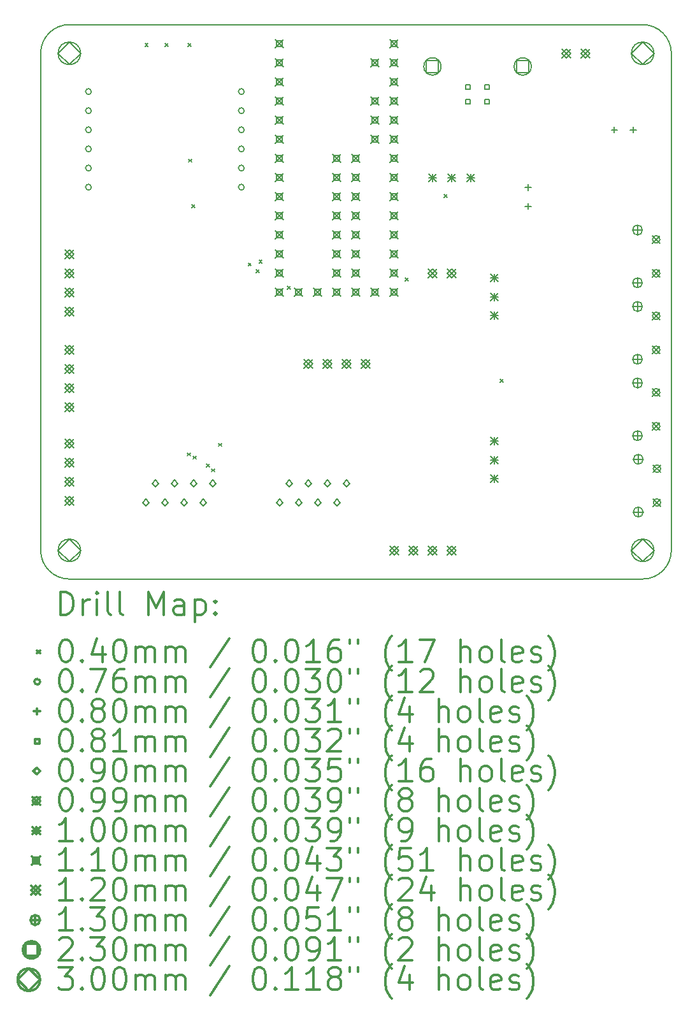
<source format=gbr>
%FSLAX45Y45*%
G04 Gerber Fmt 4.5, Leading zero omitted, Abs format (unit mm)*
G04 Created by KiCad (PCBNEW 4.0.7-e2-6376~58~ubuntu16.04.1) date Tue May  1 20:05:16 2018*
%MOMM*%
%LPD*%
G01*
G04 APERTURE LIST*
%ADD10C,0.127000*%
%ADD11C,0.150000*%
%ADD12C,0.200000*%
%ADD13C,0.300000*%
G04 APERTURE END LIST*
D10*
D11*
X10033000Y-10414000D02*
G75*
G03X10414000Y-10795000I381000J0D01*
G01*
X18034000Y-10795000D02*
G75*
G03X18415000Y-10414000I0J381000D01*
G01*
X18415000Y-3810000D02*
G75*
G03X18034000Y-3429000I-381000J0D01*
G01*
X10414000Y-3429000D02*
G75*
G03X10033000Y-3810000I0J-381000D01*
G01*
X18034000Y-10795000D02*
X10414000Y-10795000D01*
X10414000Y-3429000D02*
X18034000Y-3429000D01*
X18415000Y-10414000D02*
X18415000Y-3810000D01*
X10033000Y-3810000D02*
X10033000Y-10414000D01*
D12*
X11419000Y-3681000D02*
X11459000Y-3721000D01*
X11459000Y-3681000D02*
X11419000Y-3721000D01*
X11683670Y-3681050D02*
X11723670Y-3721050D01*
X11723670Y-3681050D02*
X11683670Y-3721050D01*
X11983510Y-9117390D02*
X12023510Y-9157390D01*
X12023510Y-9117390D02*
X11983510Y-9157390D01*
X11989290Y-3681150D02*
X12029290Y-3721150D01*
X12029290Y-3681150D02*
X11989290Y-3721150D01*
X11999050Y-5216310D02*
X12039050Y-5256310D01*
X12039050Y-5216310D02*
X11999050Y-5256310D01*
X12045000Y-5822000D02*
X12085000Y-5862000D01*
X12085000Y-5822000D02*
X12045000Y-5862000D01*
X12059030Y-9160970D02*
X12099030Y-9200970D01*
X12099030Y-9160970D02*
X12059030Y-9200970D01*
X12237760Y-9267070D02*
X12277760Y-9307070D01*
X12277760Y-9267070D02*
X12237760Y-9307070D01*
X12303670Y-9330970D02*
X12343670Y-9370970D01*
X12343670Y-9330970D02*
X12303670Y-9370970D01*
X12398820Y-8991170D02*
X12438820Y-9031170D01*
X12438820Y-8991170D02*
X12398820Y-9031170D01*
X12791730Y-6594700D02*
X12831730Y-6634700D01*
X12831730Y-6594700D02*
X12791730Y-6634700D01*
X12898670Y-6685900D02*
X12938670Y-6725900D01*
X12938670Y-6685900D02*
X12898670Y-6725900D01*
X12934980Y-6556730D02*
X12974980Y-6596730D01*
X12974980Y-6556730D02*
X12934980Y-6596730D01*
X13315000Y-6904100D02*
X13355000Y-6944100D01*
X13355000Y-6904100D02*
X13315000Y-6944100D01*
X14881430Y-6796360D02*
X14921430Y-6836360D01*
X14921430Y-6796360D02*
X14881430Y-6836360D01*
X15393090Y-5682700D02*
X15433090Y-5722700D01*
X15433090Y-5682700D02*
X15393090Y-5722700D01*
X16139170Y-8137500D02*
X16179170Y-8177500D01*
X16179170Y-8137500D02*
X16139170Y-8177500D01*
X10706100Y-4318000D02*
G75*
G03X10706100Y-4318000I-38100J0D01*
G01*
X10706100Y-4572000D02*
G75*
G03X10706100Y-4572000I-38100J0D01*
G01*
X10706100Y-4826000D02*
G75*
G03X10706100Y-4826000I-38100J0D01*
G01*
X10706100Y-5080000D02*
G75*
G03X10706100Y-5080000I-38100J0D01*
G01*
X10706100Y-5334000D02*
G75*
G03X10706100Y-5334000I-38100J0D01*
G01*
X10706100Y-5588000D02*
G75*
G03X10706100Y-5588000I-38100J0D01*
G01*
X12738100Y-4318000D02*
G75*
G03X12738100Y-4318000I-38100J0D01*
G01*
X12738100Y-4572000D02*
G75*
G03X12738100Y-4572000I-38100J0D01*
G01*
X12738100Y-4826000D02*
G75*
G03X12738100Y-4826000I-38100J0D01*
G01*
X12738100Y-5080000D02*
G75*
G03X12738100Y-5080000I-38100J0D01*
G01*
X12738100Y-5334000D02*
G75*
G03X12738100Y-5334000I-38100J0D01*
G01*
X12738100Y-5588000D02*
G75*
G03X12738100Y-5588000I-38100J0D01*
G01*
X16510000Y-5552000D02*
X16510000Y-5632000D01*
X16470000Y-5592000D02*
X16550000Y-5592000D01*
X16510000Y-5802000D02*
X16510000Y-5882000D01*
X16470000Y-5842000D02*
X16550000Y-5842000D01*
X17657000Y-4786000D02*
X17657000Y-4866000D01*
X17617000Y-4826000D02*
X17697000Y-4826000D01*
X17907000Y-4786000D02*
X17907000Y-4866000D01*
X17867000Y-4826000D02*
X17947000Y-4826000D01*
X15741638Y-4283138D02*
X15741638Y-4225862D01*
X15684362Y-4225862D01*
X15684362Y-4283138D01*
X15741638Y-4283138D01*
X15741638Y-4483138D02*
X15741638Y-4425862D01*
X15684362Y-4425862D01*
X15684362Y-4483138D01*
X15741638Y-4483138D01*
X15995638Y-4283138D02*
X15995638Y-4225862D01*
X15938362Y-4225862D01*
X15938362Y-4283138D01*
X15995638Y-4283138D01*
X15995638Y-4483138D02*
X15995638Y-4425862D01*
X15938362Y-4425862D01*
X15938362Y-4483138D01*
X15995638Y-4483138D01*
X11430000Y-9824000D02*
X11475000Y-9779000D01*
X11430000Y-9734000D01*
X11385000Y-9779000D01*
X11430000Y-9824000D01*
X11557000Y-9570000D02*
X11602000Y-9525000D01*
X11557000Y-9480000D01*
X11512000Y-9525000D01*
X11557000Y-9570000D01*
X11684000Y-9824000D02*
X11729000Y-9779000D01*
X11684000Y-9734000D01*
X11639000Y-9779000D01*
X11684000Y-9824000D01*
X11811000Y-9570000D02*
X11856000Y-9525000D01*
X11811000Y-9480000D01*
X11766000Y-9525000D01*
X11811000Y-9570000D01*
X11938000Y-9824000D02*
X11983000Y-9779000D01*
X11938000Y-9734000D01*
X11893000Y-9779000D01*
X11938000Y-9824000D01*
X12065000Y-9570000D02*
X12110000Y-9525000D01*
X12065000Y-9480000D01*
X12020000Y-9525000D01*
X12065000Y-9570000D01*
X12192000Y-9824000D02*
X12237000Y-9779000D01*
X12192000Y-9734000D01*
X12147000Y-9779000D01*
X12192000Y-9824000D01*
X12319000Y-9570000D02*
X12364000Y-9525000D01*
X12319000Y-9480000D01*
X12274000Y-9525000D01*
X12319000Y-9570000D01*
X13208000Y-9824000D02*
X13253000Y-9779000D01*
X13208000Y-9734000D01*
X13163000Y-9779000D01*
X13208000Y-9824000D01*
X13335000Y-9570000D02*
X13380000Y-9525000D01*
X13335000Y-9480000D01*
X13290000Y-9525000D01*
X13335000Y-9570000D01*
X13462000Y-9824000D02*
X13507000Y-9779000D01*
X13462000Y-9734000D01*
X13417000Y-9779000D01*
X13462000Y-9824000D01*
X13589000Y-9570000D02*
X13634000Y-9525000D01*
X13589000Y-9480000D01*
X13544000Y-9525000D01*
X13589000Y-9570000D01*
X13716000Y-9824000D02*
X13761000Y-9779000D01*
X13716000Y-9734000D01*
X13671000Y-9779000D01*
X13716000Y-9824000D01*
X13843000Y-9570000D02*
X13888000Y-9525000D01*
X13843000Y-9480000D01*
X13798000Y-9525000D01*
X13843000Y-9570000D01*
X13970000Y-9824000D02*
X14015000Y-9779000D01*
X13970000Y-9734000D01*
X13925000Y-9779000D01*
X13970000Y-9824000D01*
X14097000Y-9570000D02*
X14142000Y-9525000D01*
X14097000Y-9480000D01*
X14052000Y-9525000D01*
X14097000Y-9570000D01*
X18165000Y-6233500D02*
X18264000Y-6332500D01*
X18264000Y-6233500D02*
X18165000Y-6332500D01*
X18264000Y-6283000D02*
G75*
G03X18264000Y-6283000I-49500J0D01*
G01*
X18165000Y-6683500D02*
X18264000Y-6782500D01*
X18264000Y-6683500D02*
X18165000Y-6782500D01*
X18264000Y-6733000D02*
G75*
G03X18264000Y-6733000I-49500J0D01*
G01*
X18165000Y-7249500D02*
X18264000Y-7348500D01*
X18264000Y-7249500D02*
X18165000Y-7348500D01*
X18264000Y-7299000D02*
G75*
G03X18264000Y-7299000I-49500J0D01*
G01*
X18165000Y-7699500D02*
X18264000Y-7798500D01*
X18264000Y-7699500D02*
X18165000Y-7798500D01*
X18264000Y-7749000D02*
G75*
G03X18264000Y-7749000I-49500J0D01*
G01*
X18165000Y-8265500D02*
X18264000Y-8364500D01*
X18264000Y-8265500D02*
X18165000Y-8364500D01*
X18264000Y-8315000D02*
G75*
G03X18264000Y-8315000I-49500J0D01*
G01*
X18165000Y-8715500D02*
X18264000Y-8814500D01*
X18264000Y-8715500D02*
X18165000Y-8814500D01*
X18264000Y-8765000D02*
G75*
G03X18264000Y-8765000I-49500J0D01*
G01*
X18175000Y-9279500D02*
X18274000Y-9378500D01*
X18274000Y-9279500D02*
X18175000Y-9378500D01*
X18274000Y-9329000D02*
G75*
G03X18274000Y-9329000I-49500J0D01*
G01*
X18175000Y-9729500D02*
X18274000Y-9828500D01*
X18274000Y-9729500D02*
X18175000Y-9828500D01*
X18274000Y-9779000D02*
G75*
G03X18274000Y-9779000I-49500J0D01*
G01*
X15190000Y-5411000D02*
X15290000Y-5511000D01*
X15290000Y-5411000D02*
X15190000Y-5511000D01*
X15240000Y-5411000D02*
X15240000Y-5511000D01*
X15190000Y-5461000D02*
X15290000Y-5461000D01*
X15444000Y-5411000D02*
X15544000Y-5511000D01*
X15544000Y-5411000D02*
X15444000Y-5511000D01*
X15494000Y-5411000D02*
X15494000Y-5511000D01*
X15444000Y-5461000D02*
X15544000Y-5461000D01*
X15698000Y-5411000D02*
X15798000Y-5511000D01*
X15798000Y-5411000D02*
X15698000Y-5511000D01*
X15748000Y-5411000D02*
X15748000Y-5511000D01*
X15698000Y-5461000D02*
X15798000Y-5461000D01*
X16014000Y-6744000D02*
X16114000Y-6844000D01*
X16114000Y-6744000D02*
X16014000Y-6844000D01*
X16064000Y-6744000D02*
X16064000Y-6844000D01*
X16014000Y-6794000D02*
X16114000Y-6794000D01*
X16014000Y-6994000D02*
X16114000Y-7094000D01*
X16114000Y-6994000D02*
X16014000Y-7094000D01*
X16064000Y-6994000D02*
X16064000Y-7094000D01*
X16014000Y-7044000D02*
X16114000Y-7044000D01*
X16014000Y-7244000D02*
X16114000Y-7344000D01*
X16114000Y-7244000D02*
X16014000Y-7344000D01*
X16064000Y-7244000D02*
X16064000Y-7344000D01*
X16014000Y-7294000D02*
X16114000Y-7294000D01*
X16014000Y-8912000D02*
X16114000Y-9012000D01*
X16114000Y-8912000D02*
X16014000Y-9012000D01*
X16064000Y-8912000D02*
X16064000Y-9012000D01*
X16014000Y-8962000D02*
X16114000Y-8962000D01*
X16014000Y-9162000D02*
X16114000Y-9262000D01*
X16114000Y-9162000D02*
X16014000Y-9262000D01*
X16064000Y-9162000D02*
X16064000Y-9262000D01*
X16014000Y-9212000D02*
X16114000Y-9212000D01*
X16014000Y-9412000D02*
X16114000Y-9512000D01*
X16114000Y-9412000D02*
X16014000Y-9512000D01*
X16064000Y-9412000D02*
X16064000Y-9512000D01*
X16014000Y-9462000D02*
X16114000Y-9462000D01*
X13153000Y-3628000D02*
X13263000Y-3738000D01*
X13263000Y-3628000D02*
X13153000Y-3738000D01*
X13246891Y-3721891D02*
X13246891Y-3644109D01*
X13169109Y-3644109D01*
X13169109Y-3721891D01*
X13246891Y-3721891D01*
X13153000Y-3882000D02*
X13263000Y-3992000D01*
X13263000Y-3882000D02*
X13153000Y-3992000D01*
X13246891Y-3975891D02*
X13246891Y-3898109D01*
X13169109Y-3898109D01*
X13169109Y-3975891D01*
X13246891Y-3975891D01*
X13153000Y-4136000D02*
X13263000Y-4246000D01*
X13263000Y-4136000D02*
X13153000Y-4246000D01*
X13246891Y-4229891D02*
X13246891Y-4152109D01*
X13169109Y-4152109D01*
X13169109Y-4229891D01*
X13246891Y-4229891D01*
X13153000Y-4390000D02*
X13263000Y-4500000D01*
X13263000Y-4390000D02*
X13153000Y-4500000D01*
X13246891Y-4483891D02*
X13246891Y-4406109D01*
X13169109Y-4406109D01*
X13169109Y-4483891D01*
X13246891Y-4483891D01*
X13153000Y-4644000D02*
X13263000Y-4754000D01*
X13263000Y-4644000D02*
X13153000Y-4754000D01*
X13246891Y-4737891D02*
X13246891Y-4660109D01*
X13169109Y-4660109D01*
X13169109Y-4737891D01*
X13246891Y-4737891D01*
X13153000Y-4898000D02*
X13263000Y-5008000D01*
X13263000Y-4898000D02*
X13153000Y-5008000D01*
X13246891Y-4991891D02*
X13246891Y-4914109D01*
X13169109Y-4914109D01*
X13169109Y-4991891D01*
X13246891Y-4991891D01*
X13153000Y-5152000D02*
X13263000Y-5262000D01*
X13263000Y-5152000D02*
X13153000Y-5262000D01*
X13246891Y-5245891D02*
X13246891Y-5168109D01*
X13169109Y-5168109D01*
X13169109Y-5245891D01*
X13246891Y-5245891D01*
X13153000Y-5406000D02*
X13263000Y-5516000D01*
X13263000Y-5406000D02*
X13153000Y-5516000D01*
X13246891Y-5499891D02*
X13246891Y-5422109D01*
X13169109Y-5422109D01*
X13169109Y-5499891D01*
X13246891Y-5499891D01*
X13153000Y-5660000D02*
X13263000Y-5770000D01*
X13263000Y-5660000D02*
X13153000Y-5770000D01*
X13246891Y-5753891D02*
X13246891Y-5676109D01*
X13169109Y-5676109D01*
X13169109Y-5753891D01*
X13246891Y-5753891D01*
X13153000Y-5914000D02*
X13263000Y-6024000D01*
X13263000Y-5914000D02*
X13153000Y-6024000D01*
X13246891Y-6007891D02*
X13246891Y-5930109D01*
X13169109Y-5930109D01*
X13169109Y-6007891D01*
X13246891Y-6007891D01*
X13153000Y-6168000D02*
X13263000Y-6278000D01*
X13263000Y-6168000D02*
X13153000Y-6278000D01*
X13246891Y-6261891D02*
X13246891Y-6184109D01*
X13169109Y-6184109D01*
X13169109Y-6261891D01*
X13246891Y-6261891D01*
X13153000Y-6422000D02*
X13263000Y-6532000D01*
X13263000Y-6422000D02*
X13153000Y-6532000D01*
X13246891Y-6515891D02*
X13246891Y-6438109D01*
X13169109Y-6438109D01*
X13169109Y-6515891D01*
X13246891Y-6515891D01*
X13153000Y-6676000D02*
X13263000Y-6786000D01*
X13263000Y-6676000D02*
X13153000Y-6786000D01*
X13246891Y-6769891D02*
X13246891Y-6692109D01*
X13169109Y-6692109D01*
X13169109Y-6769891D01*
X13246891Y-6769891D01*
X13153000Y-6930000D02*
X13263000Y-7040000D01*
X13263000Y-6930000D02*
X13153000Y-7040000D01*
X13246891Y-7023891D02*
X13246891Y-6946109D01*
X13169109Y-6946109D01*
X13169109Y-7023891D01*
X13246891Y-7023891D01*
X13407000Y-6930000D02*
X13517000Y-7040000D01*
X13517000Y-6930000D02*
X13407000Y-7040000D01*
X13500891Y-7023891D02*
X13500891Y-6946109D01*
X13423109Y-6946109D01*
X13423109Y-7023891D01*
X13500891Y-7023891D01*
X13661000Y-6930000D02*
X13771000Y-7040000D01*
X13771000Y-6930000D02*
X13661000Y-7040000D01*
X13754891Y-7023891D02*
X13754891Y-6946109D01*
X13677109Y-6946109D01*
X13677109Y-7023891D01*
X13754891Y-7023891D01*
X13915000Y-5152000D02*
X14025000Y-5262000D01*
X14025000Y-5152000D02*
X13915000Y-5262000D01*
X14008891Y-5245891D02*
X14008891Y-5168109D01*
X13931109Y-5168109D01*
X13931109Y-5245891D01*
X14008891Y-5245891D01*
X13915000Y-5406000D02*
X14025000Y-5516000D01*
X14025000Y-5406000D02*
X13915000Y-5516000D01*
X14008891Y-5499891D02*
X14008891Y-5422109D01*
X13931109Y-5422109D01*
X13931109Y-5499891D01*
X14008891Y-5499891D01*
X13915000Y-5660000D02*
X14025000Y-5770000D01*
X14025000Y-5660000D02*
X13915000Y-5770000D01*
X14008891Y-5753891D02*
X14008891Y-5676109D01*
X13931109Y-5676109D01*
X13931109Y-5753891D01*
X14008891Y-5753891D01*
X13915000Y-5914000D02*
X14025000Y-6024000D01*
X14025000Y-5914000D02*
X13915000Y-6024000D01*
X14008891Y-6007891D02*
X14008891Y-5930109D01*
X13931109Y-5930109D01*
X13931109Y-6007891D01*
X14008891Y-6007891D01*
X13915000Y-6168000D02*
X14025000Y-6278000D01*
X14025000Y-6168000D02*
X13915000Y-6278000D01*
X14008891Y-6261891D02*
X14008891Y-6184109D01*
X13931109Y-6184109D01*
X13931109Y-6261891D01*
X14008891Y-6261891D01*
X13915000Y-6422000D02*
X14025000Y-6532000D01*
X14025000Y-6422000D02*
X13915000Y-6532000D01*
X14008891Y-6515891D02*
X14008891Y-6438109D01*
X13931109Y-6438109D01*
X13931109Y-6515891D01*
X14008891Y-6515891D01*
X13915000Y-6676000D02*
X14025000Y-6786000D01*
X14025000Y-6676000D02*
X13915000Y-6786000D01*
X14008891Y-6769891D02*
X14008891Y-6692109D01*
X13931109Y-6692109D01*
X13931109Y-6769891D01*
X14008891Y-6769891D01*
X13915000Y-6930000D02*
X14025000Y-7040000D01*
X14025000Y-6930000D02*
X13915000Y-7040000D01*
X14008891Y-7023891D02*
X14008891Y-6946109D01*
X13931109Y-6946109D01*
X13931109Y-7023891D01*
X14008891Y-7023891D01*
X14169000Y-5152000D02*
X14279000Y-5262000D01*
X14279000Y-5152000D02*
X14169000Y-5262000D01*
X14262891Y-5245891D02*
X14262891Y-5168109D01*
X14185109Y-5168109D01*
X14185109Y-5245891D01*
X14262891Y-5245891D01*
X14169000Y-5406000D02*
X14279000Y-5516000D01*
X14279000Y-5406000D02*
X14169000Y-5516000D01*
X14262891Y-5499891D02*
X14262891Y-5422109D01*
X14185109Y-5422109D01*
X14185109Y-5499891D01*
X14262891Y-5499891D01*
X14169000Y-5660000D02*
X14279000Y-5770000D01*
X14279000Y-5660000D02*
X14169000Y-5770000D01*
X14262891Y-5753891D02*
X14262891Y-5676109D01*
X14185109Y-5676109D01*
X14185109Y-5753891D01*
X14262891Y-5753891D01*
X14169000Y-5914000D02*
X14279000Y-6024000D01*
X14279000Y-5914000D02*
X14169000Y-6024000D01*
X14262891Y-6007891D02*
X14262891Y-5930109D01*
X14185109Y-5930109D01*
X14185109Y-6007891D01*
X14262891Y-6007891D01*
X14169000Y-6168000D02*
X14279000Y-6278000D01*
X14279000Y-6168000D02*
X14169000Y-6278000D01*
X14262891Y-6261891D02*
X14262891Y-6184109D01*
X14185109Y-6184109D01*
X14185109Y-6261891D01*
X14262891Y-6261891D01*
X14169000Y-6422000D02*
X14279000Y-6532000D01*
X14279000Y-6422000D02*
X14169000Y-6532000D01*
X14262891Y-6515891D02*
X14262891Y-6438109D01*
X14185109Y-6438109D01*
X14185109Y-6515891D01*
X14262891Y-6515891D01*
X14169000Y-6676000D02*
X14279000Y-6786000D01*
X14279000Y-6676000D02*
X14169000Y-6786000D01*
X14262891Y-6769891D02*
X14262891Y-6692109D01*
X14185109Y-6692109D01*
X14185109Y-6769891D01*
X14262891Y-6769891D01*
X14169000Y-6930000D02*
X14279000Y-7040000D01*
X14279000Y-6930000D02*
X14169000Y-7040000D01*
X14262891Y-7023891D02*
X14262891Y-6946109D01*
X14185109Y-6946109D01*
X14185109Y-7023891D01*
X14262891Y-7023891D01*
X14423000Y-3882000D02*
X14533000Y-3992000D01*
X14533000Y-3882000D02*
X14423000Y-3992000D01*
X14516891Y-3975891D02*
X14516891Y-3898109D01*
X14439109Y-3898109D01*
X14439109Y-3975891D01*
X14516891Y-3975891D01*
X14423000Y-4390000D02*
X14533000Y-4500000D01*
X14533000Y-4390000D02*
X14423000Y-4500000D01*
X14516891Y-4483891D02*
X14516891Y-4406109D01*
X14439109Y-4406109D01*
X14439109Y-4483891D01*
X14516891Y-4483891D01*
X14423000Y-4644000D02*
X14533000Y-4754000D01*
X14533000Y-4644000D02*
X14423000Y-4754000D01*
X14516891Y-4737891D02*
X14516891Y-4660109D01*
X14439109Y-4660109D01*
X14439109Y-4737891D01*
X14516891Y-4737891D01*
X14423000Y-4898000D02*
X14533000Y-5008000D01*
X14533000Y-4898000D02*
X14423000Y-5008000D01*
X14516891Y-4991891D02*
X14516891Y-4914109D01*
X14439109Y-4914109D01*
X14439109Y-4991891D01*
X14516891Y-4991891D01*
X14423000Y-6930000D02*
X14533000Y-7040000D01*
X14533000Y-6930000D02*
X14423000Y-7040000D01*
X14516891Y-7023891D02*
X14516891Y-6946109D01*
X14439109Y-6946109D01*
X14439109Y-7023891D01*
X14516891Y-7023891D01*
X14677000Y-3628000D02*
X14787000Y-3738000D01*
X14787000Y-3628000D02*
X14677000Y-3738000D01*
X14770891Y-3721891D02*
X14770891Y-3644109D01*
X14693109Y-3644109D01*
X14693109Y-3721891D01*
X14770891Y-3721891D01*
X14677000Y-3882000D02*
X14787000Y-3992000D01*
X14787000Y-3882000D02*
X14677000Y-3992000D01*
X14770891Y-3975891D02*
X14770891Y-3898109D01*
X14693109Y-3898109D01*
X14693109Y-3975891D01*
X14770891Y-3975891D01*
X14677000Y-4136000D02*
X14787000Y-4246000D01*
X14787000Y-4136000D02*
X14677000Y-4246000D01*
X14770891Y-4229891D02*
X14770891Y-4152109D01*
X14693109Y-4152109D01*
X14693109Y-4229891D01*
X14770891Y-4229891D01*
X14677000Y-4390000D02*
X14787000Y-4500000D01*
X14787000Y-4390000D02*
X14677000Y-4500000D01*
X14770891Y-4483891D02*
X14770891Y-4406109D01*
X14693109Y-4406109D01*
X14693109Y-4483891D01*
X14770891Y-4483891D01*
X14677000Y-4644000D02*
X14787000Y-4754000D01*
X14787000Y-4644000D02*
X14677000Y-4754000D01*
X14770891Y-4737891D02*
X14770891Y-4660109D01*
X14693109Y-4660109D01*
X14693109Y-4737891D01*
X14770891Y-4737891D01*
X14677000Y-4898000D02*
X14787000Y-5008000D01*
X14787000Y-4898000D02*
X14677000Y-5008000D01*
X14770891Y-4991891D02*
X14770891Y-4914109D01*
X14693109Y-4914109D01*
X14693109Y-4991891D01*
X14770891Y-4991891D01*
X14677000Y-5152000D02*
X14787000Y-5262000D01*
X14787000Y-5152000D02*
X14677000Y-5262000D01*
X14770891Y-5245891D02*
X14770891Y-5168109D01*
X14693109Y-5168109D01*
X14693109Y-5245891D01*
X14770891Y-5245891D01*
X14677000Y-5406000D02*
X14787000Y-5516000D01*
X14787000Y-5406000D02*
X14677000Y-5516000D01*
X14770891Y-5499891D02*
X14770891Y-5422109D01*
X14693109Y-5422109D01*
X14693109Y-5499891D01*
X14770891Y-5499891D01*
X14677000Y-5660000D02*
X14787000Y-5770000D01*
X14787000Y-5660000D02*
X14677000Y-5770000D01*
X14770891Y-5753891D02*
X14770891Y-5676109D01*
X14693109Y-5676109D01*
X14693109Y-5753891D01*
X14770891Y-5753891D01*
X14677000Y-5914000D02*
X14787000Y-6024000D01*
X14787000Y-5914000D02*
X14677000Y-6024000D01*
X14770891Y-6007891D02*
X14770891Y-5930109D01*
X14693109Y-5930109D01*
X14693109Y-6007891D01*
X14770891Y-6007891D01*
X14677000Y-6168000D02*
X14787000Y-6278000D01*
X14787000Y-6168000D02*
X14677000Y-6278000D01*
X14770891Y-6261891D02*
X14770891Y-6184109D01*
X14693109Y-6184109D01*
X14693109Y-6261891D01*
X14770891Y-6261891D01*
X14677000Y-6422000D02*
X14787000Y-6532000D01*
X14787000Y-6422000D02*
X14677000Y-6532000D01*
X14770891Y-6515891D02*
X14770891Y-6438109D01*
X14693109Y-6438109D01*
X14693109Y-6515891D01*
X14770891Y-6515891D01*
X14677000Y-6676000D02*
X14787000Y-6786000D01*
X14787000Y-6676000D02*
X14677000Y-6786000D01*
X14770891Y-6769891D02*
X14770891Y-6692109D01*
X14693109Y-6692109D01*
X14693109Y-6769891D01*
X14770891Y-6769891D01*
X14677000Y-6930000D02*
X14787000Y-7040000D01*
X14787000Y-6930000D02*
X14677000Y-7040000D01*
X14770891Y-7023891D02*
X14770891Y-6946109D01*
X14693109Y-6946109D01*
X14693109Y-7023891D01*
X14770891Y-7023891D01*
X10354000Y-6417000D02*
X10474000Y-6537000D01*
X10474000Y-6417000D02*
X10354000Y-6537000D01*
X10414000Y-6537000D02*
X10474000Y-6477000D01*
X10414000Y-6417000D01*
X10354000Y-6477000D01*
X10414000Y-6537000D01*
X10354000Y-6671000D02*
X10474000Y-6791000D01*
X10474000Y-6671000D02*
X10354000Y-6791000D01*
X10414000Y-6791000D02*
X10474000Y-6731000D01*
X10414000Y-6671000D01*
X10354000Y-6731000D01*
X10414000Y-6791000D01*
X10354000Y-6925000D02*
X10474000Y-7045000D01*
X10474000Y-6925000D02*
X10354000Y-7045000D01*
X10414000Y-7045000D02*
X10474000Y-6985000D01*
X10414000Y-6925000D01*
X10354000Y-6985000D01*
X10414000Y-7045000D01*
X10354000Y-7179000D02*
X10474000Y-7299000D01*
X10474000Y-7179000D02*
X10354000Y-7299000D01*
X10414000Y-7299000D02*
X10474000Y-7239000D01*
X10414000Y-7179000D01*
X10354000Y-7239000D01*
X10414000Y-7299000D01*
X10354000Y-7687000D02*
X10474000Y-7807000D01*
X10474000Y-7687000D02*
X10354000Y-7807000D01*
X10414000Y-7807000D02*
X10474000Y-7747000D01*
X10414000Y-7687000D01*
X10354000Y-7747000D01*
X10414000Y-7807000D01*
X10354000Y-7941000D02*
X10474000Y-8061000D01*
X10474000Y-7941000D02*
X10354000Y-8061000D01*
X10414000Y-8061000D02*
X10474000Y-8001000D01*
X10414000Y-7941000D01*
X10354000Y-8001000D01*
X10414000Y-8061000D01*
X10354000Y-8195000D02*
X10474000Y-8315000D01*
X10474000Y-8195000D02*
X10354000Y-8315000D01*
X10414000Y-8315000D02*
X10474000Y-8255000D01*
X10414000Y-8195000D01*
X10354000Y-8255000D01*
X10414000Y-8315000D01*
X10354000Y-8449000D02*
X10474000Y-8569000D01*
X10474000Y-8449000D02*
X10354000Y-8569000D01*
X10414000Y-8569000D02*
X10474000Y-8509000D01*
X10414000Y-8449000D01*
X10354000Y-8509000D01*
X10414000Y-8569000D01*
X10354000Y-8932020D02*
X10474000Y-9052020D01*
X10474000Y-8932020D02*
X10354000Y-9052020D01*
X10414000Y-9052020D02*
X10474000Y-8992020D01*
X10414000Y-8932020D01*
X10354000Y-8992020D01*
X10414000Y-9052020D01*
X10354000Y-9186020D02*
X10474000Y-9306020D01*
X10474000Y-9186020D02*
X10354000Y-9306020D01*
X10414000Y-9306020D02*
X10474000Y-9246020D01*
X10414000Y-9186020D01*
X10354000Y-9246020D01*
X10414000Y-9306020D01*
X10354000Y-9440020D02*
X10474000Y-9560020D01*
X10474000Y-9440020D02*
X10354000Y-9560020D01*
X10414000Y-9560020D02*
X10474000Y-9500020D01*
X10414000Y-9440020D01*
X10354000Y-9500020D01*
X10414000Y-9560020D01*
X10354000Y-9694020D02*
X10474000Y-9814020D01*
X10474000Y-9694020D02*
X10354000Y-9814020D01*
X10414000Y-9814020D02*
X10474000Y-9754020D01*
X10414000Y-9694020D01*
X10354000Y-9754020D01*
X10414000Y-9814020D01*
X13529000Y-7877500D02*
X13649000Y-7997500D01*
X13649000Y-7877500D02*
X13529000Y-7997500D01*
X13589000Y-7997500D02*
X13649000Y-7937500D01*
X13589000Y-7877500D01*
X13529000Y-7937500D01*
X13589000Y-7997500D01*
X13783000Y-7877500D02*
X13903000Y-7997500D01*
X13903000Y-7877500D02*
X13783000Y-7997500D01*
X13843000Y-7997500D02*
X13903000Y-7937500D01*
X13843000Y-7877500D01*
X13783000Y-7937500D01*
X13843000Y-7997500D01*
X14037000Y-7877500D02*
X14157000Y-7997500D01*
X14157000Y-7877500D02*
X14037000Y-7997500D01*
X14097000Y-7997500D02*
X14157000Y-7937500D01*
X14097000Y-7877500D01*
X14037000Y-7937500D01*
X14097000Y-7997500D01*
X14291000Y-7877500D02*
X14411000Y-7997500D01*
X14411000Y-7877500D02*
X14291000Y-7997500D01*
X14351000Y-7997500D02*
X14411000Y-7937500D01*
X14351000Y-7877500D01*
X14291000Y-7937500D01*
X14351000Y-7997500D01*
X14672000Y-10354000D02*
X14792000Y-10474000D01*
X14792000Y-10354000D02*
X14672000Y-10474000D01*
X14732000Y-10474000D02*
X14792000Y-10414000D01*
X14732000Y-10354000D01*
X14672000Y-10414000D01*
X14732000Y-10474000D01*
X14926000Y-10354000D02*
X15046000Y-10474000D01*
X15046000Y-10354000D02*
X14926000Y-10474000D01*
X14986000Y-10474000D02*
X15046000Y-10414000D01*
X14986000Y-10354000D01*
X14926000Y-10414000D01*
X14986000Y-10474000D01*
X15180000Y-6671000D02*
X15300000Y-6791000D01*
X15300000Y-6671000D02*
X15180000Y-6791000D01*
X15240000Y-6791000D02*
X15300000Y-6731000D01*
X15240000Y-6671000D01*
X15180000Y-6731000D01*
X15240000Y-6791000D01*
X15180000Y-10354000D02*
X15300000Y-10474000D01*
X15300000Y-10354000D02*
X15180000Y-10474000D01*
X15240000Y-10474000D02*
X15300000Y-10414000D01*
X15240000Y-10354000D01*
X15180000Y-10414000D01*
X15240000Y-10474000D01*
X15434000Y-6671000D02*
X15554000Y-6791000D01*
X15554000Y-6671000D02*
X15434000Y-6791000D01*
X15494000Y-6791000D02*
X15554000Y-6731000D01*
X15494000Y-6671000D01*
X15434000Y-6731000D01*
X15494000Y-6791000D01*
X15434000Y-10354000D02*
X15554000Y-10474000D01*
X15554000Y-10354000D02*
X15434000Y-10474000D01*
X15494000Y-10474000D02*
X15554000Y-10414000D01*
X15494000Y-10354000D01*
X15434000Y-10414000D01*
X15494000Y-10474000D01*
X16958000Y-3750000D02*
X17078000Y-3870000D01*
X17078000Y-3750000D02*
X16958000Y-3870000D01*
X17018000Y-3870000D02*
X17078000Y-3810000D01*
X17018000Y-3750000D01*
X16958000Y-3810000D01*
X17018000Y-3870000D01*
X17212000Y-3750000D02*
X17332000Y-3870000D01*
X17332000Y-3750000D02*
X17212000Y-3870000D01*
X17272000Y-3870000D02*
X17332000Y-3810000D01*
X17272000Y-3750000D01*
X17212000Y-3810000D01*
X17272000Y-3870000D01*
X17965500Y-6093000D02*
X17965500Y-6223000D01*
X17900500Y-6158000D02*
X18030500Y-6158000D01*
X18030500Y-6158000D02*
G75*
G03X18030500Y-6158000I-65000J0D01*
G01*
X17965500Y-6794000D02*
X17965500Y-6924000D01*
X17900500Y-6859000D02*
X18030500Y-6859000D01*
X18030500Y-6859000D02*
G75*
G03X18030500Y-6859000I-65000J0D01*
G01*
X17965500Y-7109000D02*
X17965500Y-7239000D01*
X17900500Y-7174000D02*
X18030500Y-7174000D01*
X18030500Y-7174000D02*
G75*
G03X18030500Y-7174000I-65000J0D01*
G01*
X17965500Y-7810000D02*
X17965500Y-7940000D01*
X17900500Y-7875000D02*
X18030500Y-7875000D01*
X18030500Y-7875000D02*
G75*
G03X18030500Y-7875000I-65000J0D01*
G01*
X17965500Y-8125000D02*
X17965500Y-8255000D01*
X17900500Y-8190000D02*
X18030500Y-8190000D01*
X18030500Y-8190000D02*
G75*
G03X18030500Y-8190000I-65000J0D01*
G01*
X17965500Y-8826000D02*
X17965500Y-8956000D01*
X17900500Y-8891000D02*
X18030500Y-8891000D01*
X18030500Y-8891000D02*
G75*
G03X18030500Y-8891000I-65000J0D01*
G01*
X17975500Y-9139000D02*
X17975500Y-9269000D01*
X17910500Y-9204000D02*
X18040500Y-9204000D01*
X18040500Y-9204000D02*
G75*
G03X18040500Y-9204000I-65000J0D01*
G01*
X17975500Y-9840000D02*
X17975500Y-9970000D01*
X17910500Y-9905000D02*
X18040500Y-9905000D01*
X18040500Y-9905000D02*
G75*
G03X18040500Y-9905000I-65000J0D01*
G01*
X15321318Y-4065818D02*
X15321318Y-3903182D01*
X15158682Y-3903182D01*
X15158682Y-4065818D01*
X15321318Y-4065818D01*
X15355000Y-3984500D02*
G75*
G03X15355000Y-3984500I-115000J0D01*
G01*
X16521318Y-4065818D02*
X16521318Y-3903182D01*
X16358682Y-3903182D01*
X16358682Y-4065818D01*
X16521318Y-4065818D01*
X16555000Y-3984500D02*
G75*
G03X16555000Y-3984500I-115000J0D01*
G01*
X10414000Y-3960000D02*
X10564000Y-3810000D01*
X10414000Y-3660000D01*
X10264000Y-3810000D01*
X10414000Y-3960000D01*
X10564000Y-3810000D02*
G75*
G03X10564000Y-3810000I-150000J0D01*
G01*
X10414000Y-10564000D02*
X10564000Y-10414000D01*
X10414000Y-10264000D01*
X10264000Y-10414000D01*
X10414000Y-10564000D01*
X10564000Y-10414000D02*
G75*
G03X10564000Y-10414000I-150000J0D01*
G01*
X18034000Y-3960000D02*
X18184000Y-3810000D01*
X18034000Y-3660000D01*
X17884000Y-3810000D01*
X18034000Y-3960000D01*
X18184000Y-3810000D02*
G75*
G03X18184000Y-3810000I-150000J0D01*
G01*
X18034000Y-10564000D02*
X18184000Y-10414000D01*
X18034000Y-10264000D01*
X17884000Y-10414000D01*
X18034000Y-10564000D01*
X18184000Y-10414000D02*
G75*
G03X18184000Y-10414000I-150000J0D01*
G01*
D13*
X10296929Y-11268214D02*
X10296929Y-10968214D01*
X10368357Y-10968214D01*
X10411214Y-10982500D01*
X10439786Y-11011072D01*
X10454071Y-11039643D01*
X10468357Y-11096786D01*
X10468357Y-11139643D01*
X10454071Y-11196786D01*
X10439786Y-11225357D01*
X10411214Y-11253929D01*
X10368357Y-11268214D01*
X10296929Y-11268214D01*
X10596929Y-11268214D02*
X10596929Y-11068214D01*
X10596929Y-11125357D02*
X10611214Y-11096786D01*
X10625500Y-11082500D01*
X10654071Y-11068214D01*
X10682643Y-11068214D01*
X10782643Y-11268214D02*
X10782643Y-11068214D01*
X10782643Y-10968214D02*
X10768357Y-10982500D01*
X10782643Y-10996786D01*
X10796929Y-10982500D01*
X10782643Y-10968214D01*
X10782643Y-10996786D01*
X10968357Y-11268214D02*
X10939786Y-11253929D01*
X10925500Y-11225357D01*
X10925500Y-10968214D01*
X11125500Y-11268214D02*
X11096929Y-11253929D01*
X11082643Y-11225357D01*
X11082643Y-10968214D01*
X11468357Y-11268214D02*
X11468357Y-10968214D01*
X11568357Y-11182500D01*
X11668357Y-10968214D01*
X11668357Y-11268214D01*
X11939786Y-11268214D02*
X11939786Y-11111072D01*
X11925500Y-11082500D01*
X11896928Y-11068214D01*
X11839786Y-11068214D01*
X11811214Y-11082500D01*
X11939786Y-11253929D02*
X11911214Y-11268214D01*
X11839786Y-11268214D01*
X11811214Y-11253929D01*
X11796928Y-11225357D01*
X11796928Y-11196786D01*
X11811214Y-11168214D01*
X11839786Y-11153929D01*
X11911214Y-11153929D01*
X11939786Y-11139643D01*
X12082643Y-11068214D02*
X12082643Y-11368214D01*
X12082643Y-11082500D02*
X12111214Y-11068214D01*
X12168357Y-11068214D01*
X12196928Y-11082500D01*
X12211214Y-11096786D01*
X12225500Y-11125357D01*
X12225500Y-11211071D01*
X12211214Y-11239643D01*
X12196928Y-11253929D01*
X12168357Y-11268214D01*
X12111214Y-11268214D01*
X12082643Y-11253929D01*
X12354071Y-11239643D02*
X12368357Y-11253929D01*
X12354071Y-11268214D01*
X12339786Y-11253929D01*
X12354071Y-11239643D01*
X12354071Y-11268214D01*
X12354071Y-11082500D02*
X12368357Y-11096786D01*
X12354071Y-11111072D01*
X12339786Y-11096786D01*
X12354071Y-11082500D01*
X12354071Y-11111072D01*
X9985500Y-11742500D02*
X10025500Y-11782500D01*
X10025500Y-11742500D02*
X9985500Y-11782500D01*
X10354071Y-11598214D02*
X10382643Y-11598214D01*
X10411214Y-11612500D01*
X10425500Y-11626786D01*
X10439786Y-11655357D01*
X10454071Y-11712500D01*
X10454071Y-11783929D01*
X10439786Y-11841071D01*
X10425500Y-11869643D01*
X10411214Y-11883929D01*
X10382643Y-11898214D01*
X10354071Y-11898214D01*
X10325500Y-11883929D01*
X10311214Y-11869643D01*
X10296929Y-11841071D01*
X10282643Y-11783929D01*
X10282643Y-11712500D01*
X10296929Y-11655357D01*
X10311214Y-11626786D01*
X10325500Y-11612500D01*
X10354071Y-11598214D01*
X10582643Y-11869643D02*
X10596929Y-11883929D01*
X10582643Y-11898214D01*
X10568357Y-11883929D01*
X10582643Y-11869643D01*
X10582643Y-11898214D01*
X10854071Y-11698214D02*
X10854071Y-11898214D01*
X10782643Y-11583929D02*
X10711214Y-11798214D01*
X10896928Y-11798214D01*
X11068357Y-11598214D02*
X11096929Y-11598214D01*
X11125500Y-11612500D01*
X11139786Y-11626786D01*
X11154071Y-11655357D01*
X11168357Y-11712500D01*
X11168357Y-11783929D01*
X11154071Y-11841071D01*
X11139786Y-11869643D01*
X11125500Y-11883929D01*
X11096929Y-11898214D01*
X11068357Y-11898214D01*
X11039786Y-11883929D01*
X11025500Y-11869643D01*
X11011214Y-11841071D01*
X10996929Y-11783929D01*
X10996929Y-11712500D01*
X11011214Y-11655357D01*
X11025500Y-11626786D01*
X11039786Y-11612500D01*
X11068357Y-11598214D01*
X11296928Y-11898214D02*
X11296928Y-11698214D01*
X11296928Y-11726786D02*
X11311214Y-11712500D01*
X11339786Y-11698214D01*
X11382643Y-11698214D01*
X11411214Y-11712500D01*
X11425500Y-11741071D01*
X11425500Y-11898214D01*
X11425500Y-11741071D02*
X11439786Y-11712500D01*
X11468357Y-11698214D01*
X11511214Y-11698214D01*
X11539786Y-11712500D01*
X11554071Y-11741071D01*
X11554071Y-11898214D01*
X11696928Y-11898214D02*
X11696928Y-11698214D01*
X11696928Y-11726786D02*
X11711214Y-11712500D01*
X11739786Y-11698214D01*
X11782643Y-11698214D01*
X11811214Y-11712500D01*
X11825500Y-11741071D01*
X11825500Y-11898214D01*
X11825500Y-11741071D02*
X11839786Y-11712500D01*
X11868357Y-11698214D01*
X11911214Y-11698214D01*
X11939786Y-11712500D01*
X11954071Y-11741071D01*
X11954071Y-11898214D01*
X12539786Y-11583929D02*
X12282643Y-11969643D01*
X12925500Y-11598214D02*
X12954071Y-11598214D01*
X12982643Y-11612500D01*
X12996928Y-11626786D01*
X13011214Y-11655357D01*
X13025500Y-11712500D01*
X13025500Y-11783929D01*
X13011214Y-11841071D01*
X12996928Y-11869643D01*
X12982643Y-11883929D01*
X12954071Y-11898214D01*
X12925500Y-11898214D01*
X12896928Y-11883929D01*
X12882643Y-11869643D01*
X12868357Y-11841071D01*
X12854071Y-11783929D01*
X12854071Y-11712500D01*
X12868357Y-11655357D01*
X12882643Y-11626786D01*
X12896928Y-11612500D01*
X12925500Y-11598214D01*
X13154071Y-11869643D02*
X13168357Y-11883929D01*
X13154071Y-11898214D01*
X13139786Y-11883929D01*
X13154071Y-11869643D01*
X13154071Y-11898214D01*
X13354071Y-11598214D02*
X13382643Y-11598214D01*
X13411214Y-11612500D01*
X13425500Y-11626786D01*
X13439785Y-11655357D01*
X13454071Y-11712500D01*
X13454071Y-11783929D01*
X13439785Y-11841071D01*
X13425500Y-11869643D01*
X13411214Y-11883929D01*
X13382643Y-11898214D01*
X13354071Y-11898214D01*
X13325500Y-11883929D01*
X13311214Y-11869643D01*
X13296928Y-11841071D01*
X13282643Y-11783929D01*
X13282643Y-11712500D01*
X13296928Y-11655357D01*
X13311214Y-11626786D01*
X13325500Y-11612500D01*
X13354071Y-11598214D01*
X13739785Y-11898214D02*
X13568357Y-11898214D01*
X13654071Y-11898214D02*
X13654071Y-11598214D01*
X13625500Y-11641071D01*
X13596928Y-11669643D01*
X13568357Y-11683929D01*
X13996928Y-11598214D02*
X13939785Y-11598214D01*
X13911214Y-11612500D01*
X13896928Y-11626786D01*
X13868357Y-11669643D01*
X13854071Y-11726786D01*
X13854071Y-11841071D01*
X13868357Y-11869643D01*
X13882643Y-11883929D01*
X13911214Y-11898214D01*
X13968357Y-11898214D01*
X13996928Y-11883929D01*
X14011214Y-11869643D01*
X14025500Y-11841071D01*
X14025500Y-11769643D01*
X14011214Y-11741071D01*
X13996928Y-11726786D01*
X13968357Y-11712500D01*
X13911214Y-11712500D01*
X13882643Y-11726786D01*
X13868357Y-11741071D01*
X13854071Y-11769643D01*
X14139786Y-11598214D02*
X14139786Y-11655357D01*
X14254071Y-11598214D02*
X14254071Y-11655357D01*
X14696928Y-12012500D02*
X14682643Y-11998214D01*
X14654071Y-11955357D01*
X14639785Y-11926786D01*
X14625500Y-11883929D01*
X14611214Y-11812500D01*
X14611214Y-11755357D01*
X14625500Y-11683929D01*
X14639785Y-11641071D01*
X14654071Y-11612500D01*
X14682643Y-11569643D01*
X14696928Y-11555357D01*
X14968357Y-11898214D02*
X14796928Y-11898214D01*
X14882643Y-11898214D02*
X14882643Y-11598214D01*
X14854071Y-11641071D01*
X14825500Y-11669643D01*
X14796928Y-11683929D01*
X15068357Y-11598214D02*
X15268357Y-11598214D01*
X15139785Y-11898214D01*
X15611214Y-11898214D02*
X15611214Y-11598214D01*
X15739785Y-11898214D02*
X15739785Y-11741071D01*
X15725500Y-11712500D01*
X15696928Y-11698214D01*
X15654071Y-11698214D01*
X15625500Y-11712500D01*
X15611214Y-11726786D01*
X15925500Y-11898214D02*
X15896928Y-11883929D01*
X15882643Y-11869643D01*
X15868357Y-11841071D01*
X15868357Y-11755357D01*
X15882643Y-11726786D01*
X15896928Y-11712500D01*
X15925500Y-11698214D01*
X15968357Y-11698214D01*
X15996928Y-11712500D01*
X16011214Y-11726786D01*
X16025500Y-11755357D01*
X16025500Y-11841071D01*
X16011214Y-11869643D01*
X15996928Y-11883929D01*
X15968357Y-11898214D01*
X15925500Y-11898214D01*
X16196928Y-11898214D02*
X16168357Y-11883929D01*
X16154071Y-11855357D01*
X16154071Y-11598214D01*
X16425500Y-11883929D02*
X16396928Y-11898214D01*
X16339786Y-11898214D01*
X16311214Y-11883929D01*
X16296928Y-11855357D01*
X16296928Y-11741071D01*
X16311214Y-11712500D01*
X16339786Y-11698214D01*
X16396928Y-11698214D01*
X16425500Y-11712500D01*
X16439786Y-11741071D01*
X16439786Y-11769643D01*
X16296928Y-11798214D01*
X16554071Y-11883929D02*
X16582643Y-11898214D01*
X16639786Y-11898214D01*
X16668357Y-11883929D01*
X16682643Y-11855357D01*
X16682643Y-11841071D01*
X16668357Y-11812500D01*
X16639786Y-11798214D01*
X16596928Y-11798214D01*
X16568357Y-11783929D01*
X16554071Y-11755357D01*
X16554071Y-11741071D01*
X16568357Y-11712500D01*
X16596928Y-11698214D01*
X16639786Y-11698214D01*
X16668357Y-11712500D01*
X16782643Y-12012500D02*
X16796929Y-11998214D01*
X16825500Y-11955357D01*
X16839786Y-11926786D01*
X16854071Y-11883929D01*
X16868357Y-11812500D01*
X16868357Y-11755357D01*
X16854071Y-11683929D01*
X16839786Y-11641071D01*
X16825500Y-11612500D01*
X16796929Y-11569643D01*
X16782643Y-11555357D01*
X10025500Y-12158500D02*
G75*
G03X10025500Y-12158500I-38100J0D01*
G01*
X10354071Y-11994214D02*
X10382643Y-11994214D01*
X10411214Y-12008500D01*
X10425500Y-12022786D01*
X10439786Y-12051357D01*
X10454071Y-12108500D01*
X10454071Y-12179929D01*
X10439786Y-12237071D01*
X10425500Y-12265643D01*
X10411214Y-12279929D01*
X10382643Y-12294214D01*
X10354071Y-12294214D01*
X10325500Y-12279929D01*
X10311214Y-12265643D01*
X10296929Y-12237071D01*
X10282643Y-12179929D01*
X10282643Y-12108500D01*
X10296929Y-12051357D01*
X10311214Y-12022786D01*
X10325500Y-12008500D01*
X10354071Y-11994214D01*
X10582643Y-12265643D02*
X10596929Y-12279929D01*
X10582643Y-12294214D01*
X10568357Y-12279929D01*
X10582643Y-12265643D01*
X10582643Y-12294214D01*
X10696928Y-11994214D02*
X10896928Y-11994214D01*
X10768357Y-12294214D01*
X11139786Y-11994214D02*
X11082643Y-11994214D01*
X11054071Y-12008500D01*
X11039786Y-12022786D01*
X11011214Y-12065643D01*
X10996929Y-12122786D01*
X10996929Y-12237071D01*
X11011214Y-12265643D01*
X11025500Y-12279929D01*
X11054071Y-12294214D01*
X11111214Y-12294214D01*
X11139786Y-12279929D01*
X11154071Y-12265643D01*
X11168357Y-12237071D01*
X11168357Y-12165643D01*
X11154071Y-12137071D01*
X11139786Y-12122786D01*
X11111214Y-12108500D01*
X11054071Y-12108500D01*
X11025500Y-12122786D01*
X11011214Y-12137071D01*
X10996929Y-12165643D01*
X11296928Y-12294214D02*
X11296928Y-12094214D01*
X11296928Y-12122786D02*
X11311214Y-12108500D01*
X11339786Y-12094214D01*
X11382643Y-12094214D01*
X11411214Y-12108500D01*
X11425500Y-12137071D01*
X11425500Y-12294214D01*
X11425500Y-12137071D02*
X11439786Y-12108500D01*
X11468357Y-12094214D01*
X11511214Y-12094214D01*
X11539786Y-12108500D01*
X11554071Y-12137071D01*
X11554071Y-12294214D01*
X11696928Y-12294214D02*
X11696928Y-12094214D01*
X11696928Y-12122786D02*
X11711214Y-12108500D01*
X11739786Y-12094214D01*
X11782643Y-12094214D01*
X11811214Y-12108500D01*
X11825500Y-12137071D01*
X11825500Y-12294214D01*
X11825500Y-12137071D02*
X11839786Y-12108500D01*
X11868357Y-12094214D01*
X11911214Y-12094214D01*
X11939786Y-12108500D01*
X11954071Y-12137071D01*
X11954071Y-12294214D01*
X12539786Y-11979929D02*
X12282643Y-12365643D01*
X12925500Y-11994214D02*
X12954071Y-11994214D01*
X12982643Y-12008500D01*
X12996928Y-12022786D01*
X13011214Y-12051357D01*
X13025500Y-12108500D01*
X13025500Y-12179929D01*
X13011214Y-12237071D01*
X12996928Y-12265643D01*
X12982643Y-12279929D01*
X12954071Y-12294214D01*
X12925500Y-12294214D01*
X12896928Y-12279929D01*
X12882643Y-12265643D01*
X12868357Y-12237071D01*
X12854071Y-12179929D01*
X12854071Y-12108500D01*
X12868357Y-12051357D01*
X12882643Y-12022786D01*
X12896928Y-12008500D01*
X12925500Y-11994214D01*
X13154071Y-12265643D02*
X13168357Y-12279929D01*
X13154071Y-12294214D01*
X13139786Y-12279929D01*
X13154071Y-12265643D01*
X13154071Y-12294214D01*
X13354071Y-11994214D02*
X13382643Y-11994214D01*
X13411214Y-12008500D01*
X13425500Y-12022786D01*
X13439785Y-12051357D01*
X13454071Y-12108500D01*
X13454071Y-12179929D01*
X13439785Y-12237071D01*
X13425500Y-12265643D01*
X13411214Y-12279929D01*
X13382643Y-12294214D01*
X13354071Y-12294214D01*
X13325500Y-12279929D01*
X13311214Y-12265643D01*
X13296928Y-12237071D01*
X13282643Y-12179929D01*
X13282643Y-12108500D01*
X13296928Y-12051357D01*
X13311214Y-12022786D01*
X13325500Y-12008500D01*
X13354071Y-11994214D01*
X13554071Y-11994214D02*
X13739785Y-11994214D01*
X13639785Y-12108500D01*
X13682643Y-12108500D01*
X13711214Y-12122786D01*
X13725500Y-12137071D01*
X13739785Y-12165643D01*
X13739785Y-12237071D01*
X13725500Y-12265643D01*
X13711214Y-12279929D01*
X13682643Y-12294214D01*
X13596928Y-12294214D01*
X13568357Y-12279929D01*
X13554071Y-12265643D01*
X13925500Y-11994214D02*
X13954071Y-11994214D01*
X13982643Y-12008500D01*
X13996928Y-12022786D01*
X14011214Y-12051357D01*
X14025500Y-12108500D01*
X14025500Y-12179929D01*
X14011214Y-12237071D01*
X13996928Y-12265643D01*
X13982643Y-12279929D01*
X13954071Y-12294214D01*
X13925500Y-12294214D01*
X13896928Y-12279929D01*
X13882643Y-12265643D01*
X13868357Y-12237071D01*
X13854071Y-12179929D01*
X13854071Y-12108500D01*
X13868357Y-12051357D01*
X13882643Y-12022786D01*
X13896928Y-12008500D01*
X13925500Y-11994214D01*
X14139786Y-11994214D02*
X14139786Y-12051357D01*
X14254071Y-11994214D02*
X14254071Y-12051357D01*
X14696928Y-12408500D02*
X14682643Y-12394214D01*
X14654071Y-12351357D01*
X14639785Y-12322786D01*
X14625500Y-12279929D01*
X14611214Y-12208500D01*
X14611214Y-12151357D01*
X14625500Y-12079929D01*
X14639785Y-12037071D01*
X14654071Y-12008500D01*
X14682643Y-11965643D01*
X14696928Y-11951357D01*
X14968357Y-12294214D02*
X14796928Y-12294214D01*
X14882643Y-12294214D02*
X14882643Y-11994214D01*
X14854071Y-12037071D01*
X14825500Y-12065643D01*
X14796928Y-12079929D01*
X15082643Y-12022786D02*
X15096928Y-12008500D01*
X15125500Y-11994214D01*
X15196928Y-11994214D01*
X15225500Y-12008500D01*
X15239785Y-12022786D01*
X15254071Y-12051357D01*
X15254071Y-12079929D01*
X15239785Y-12122786D01*
X15068357Y-12294214D01*
X15254071Y-12294214D01*
X15611214Y-12294214D02*
X15611214Y-11994214D01*
X15739785Y-12294214D02*
X15739785Y-12137071D01*
X15725500Y-12108500D01*
X15696928Y-12094214D01*
X15654071Y-12094214D01*
X15625500Y-12108500D01*
X15611214Y-12122786D01*
X15925500Y-12294214D02*
X15896928Y-12279929D01*
X15882643Y-12265643D01*
X15868357Y-12237071D01*
X15868357Y-12151357D01*
X15882643Y-12122786D01*
X15896928Y-12108500D01*
X15925500Y-12094214D01*
X15968357Y-12094214D01*
X15996928Y-12108500D01*
X16011214Y-12122786D01*
X16025500Y-12151357D01*
X16025500Y-12237071D01*
X16011214Y-12265643D01*
X15996928Y-12279929D01*
X15968357Y-12294214D01*
X15925500Y-12294214D01*
X16196928Y-12294214D02*
X16168357Y-12279929D01*
X16154071Y-12251357D01*
X16154071Y-11994214D01*
X16425500Y-12279929D02*
X16396928Y-12294214D01*
X16339786Y-12294214D01*
X16311214Y-12279929D01*
X16296928Y-12251357D01*
X16296928Y-12137071D01*
X16311214Y-12108500D01*
X16339786Y-12094214D01*
X16396928Y-12094214D01*
X16425500Y-12108500D01*
X16439786Y-12137071D01*
X16439786Y-12165643D01*
X16296928Y-12194214D01*
X16554071Y-12279929D02*
X16582643Y-12294214D01*
X16639786Y-12294214D01*
X16668357Y-12279929D01*
X16682643Y-12251357D01*
X16682643Y-12237071D01*
X16668357Y-12208500D01*
X16639786Y-12194214D01*
X16596928Y-12194214D01*
X16568357Y-12179929D01*
X16554071Y-12151357D01*
X16554071Y-12137071D01*
X16568357Y-12108500D01*
X16596928Y-12094214D01*
X16639786Y-12094214D01*
X16668357Y-12108500D01*
X16782643Y-12408500D02*
X16796929Y-12394214D01*
X16825500Y-12351357D01*
X16839786Y-12322786D01*
X16854071Y-12279929D01*
X16868357Y-12208500D01*
X16868357Y-12151357D01*
X16854071Y-12079929D01*
X16839786Y-12037071D01*
X16825500Y-12008500D01*
X16796929Y-11965643D01*
X16782643Y-11951357D01*
X9985500Y-12514500D02*
X9985500Y-12594500D01*
X9945500Y-12554500D02*
X10025500Y-12554500D01*
X10354071Y-12390214D02*
X10382643Y-12390214D01*
X10411214Y-12404500D01*
X10425500Y-12418786D01*
X10439786Y-12447357D01*
X10454071Y-12504500D01*
X10454071Y-12575929D01*
X10439786Y-12633071D01*
X10425500Y-12661643D01*
X10411214Y-12675929D01*
X10382643Y-12690214D01*
X10354071Y-12690214D01*
X10325500Y-12675929D01*
X10311214Y-12661643D01*
X10296929Y-12633071D01*
X10282643Y-12575929D01*
X10282643Y-12504500D01*
X10296929Y-12447357D01*
X10311214Y-12418786D01*
X10325500Y-12404500D01*
X10354071Y-12390214D01*
X10582643Y-12661643D02*
X10596929Y-12675929D01*
X10582643Y-12690214D01*
X10568357Y-12675929D01*
X10582643Y-12661643D01*
X10582643Y-12690214D01*
X10768357Y-12518786D02*
X10739786Y-12504500D01*
X10725500Y-12490214D01*
X10711214Y-12461643D01*
X10711214Y-12447357D01*
X10725500Y-12418786D01*
X10739786Y-12404500D01*
X10768357Y-12390214D01*
X10825500Y-12390214D01*
X10854071Y-12404500D01*
X10868357Y-12418786D01*
X10882643Y-12447357D01*
X10882643Y-12461643D01*
X10868357Y-12490214D01*
X10854071Y-12504500D01*
X10825500Y-12518786D01*
X10768357Y-12518786D01*
X10739786Y-12533071D01*
X10725500Y-12547357D01*
X10711214Y-12575929D01*
X10711214Y-12633071D01*
X10725500Y-12661643D01*
X10739786Y-12675929D01*
X10768357Y-12690214D01*
X10825500Y-12690214D01*
X10854071Y-12675929D01*
X10868357Y-12661643D01*
X10882643Y-12633071D01*
X10882643Y-12575929D01*
X10868357Y-12547357D01*
X10854071Y-12533071D01*
X10825500Y-12518786D01*
X11068357Y-12390214D02*
X11096929Y-12390214D01*
X11125500Y-12404500D01*
X11139786Y-12418786D01*
X11154071Y-12447357D01*
X11168357Y-12504500D01*
X11168357Y-12575929D01*
X11154071Y-12633071D01*
X11139786Y-12661643D01*
X11125500Y-12675929D01*
X11096929Y-12690214D01*
X11068357Y-12690214D01*
X11039786Y-12675929D01*
X11025500Y-12661643D01*
X11011214Y-12633071D01*
X10996929Y-12575929D01*
X10996929Y-12504500D01*
X11011214Y-12447357D01*
X11025500Y-12418786D01*
X11039786Y-12404500D01*
X11068357Y-12390214D01*
X11296928Y-12690214D02*
X11296928Y-12490214D01*
X11296928Y-12518786D02*
X11311214Y-12504500D01*
X11339786Y-12490214D01*
X11382643Y-12490214D01*
X11411214Y-12504500D01*
X11425500Y-12533071D01*
X11425500Y-12690214D01*
X11425500Y-12533071D02*
X11439786Y-12504500D01*
X11468357Y-12490214D01*
X11511214Y-12490214D01*
X11539786Y-12504500D01*
X11554071Y-12533071D01*
X11554071Y-12690214D01*
X11696928Y-12690214D02*
X11696928Y-12490214D01*
X11696928Y-12518786D02*
X11711214Y-12504500D01*
X11739786Y-12490214D01*
X11782643Y-12490214D01*
X11811214Y-12504500D01*
X11825500Y-12533071D01*
X11825500Y-12690214D01*
X11825500Y-12533071D02*
X11839786Y-12504500D01*
X11868357Y-12490214D01*
X11911214Y-12490214D01*
X11939786Y-12504500D01*
X11954071Y-12533071D01*
X11954071Y-12690214D01*
X12539786Y-12375929D02*
X12282643Y-12761643D01*
X12925500Y-12390214D02*
X12954071Y-12390214D01*
X12982643Y-12404500D01*
X12996928Y-12418786D01*
X13011214Y-12447357D01*
X13025500Y-12504500D01*
X13025500Y-12575929D01*
X13011214Y-12633071D01*
X12996928Y-12661643D01*
X12982643Y-12675929D01*
X12954071Y-12690214D01*
X12925500Y-12690214D01*
X12896928Y-12675929D01*
X12882643Y-12661643D01*
X12868357Y-12633071D01*
X12854071Y-12575929D01*
X12854071Y-12504500D01*
X12868357Y-12447357D01*
X12882643Y-12418786D01*
X12896928Y-12404500D01*
X12925500Y-12390214D01*
X13154071Y-12661643D02*
X13168357Y-12675929D01*
X13154071Y-12690214D01*
X13139786Y-12675929D01*
X13154071Y-12661643D01*
X13154071Y-12690214D01*
X13354071Y-12390214D02*
X13382643Y-12390214D01*
X13411214Y-12404500D01*
X13425500Y-12418786D01*
X13439785Y-12447357D01*
X13454071Y-12504500D01*
X13454071Y-12575929D01*
X13439785Y-12633071D01*
X13425500Y-12661643D01*
X13411214Y-12675929D01*
X13382643Y-12690214D01*
X13354071Y-12690214D01*
X13325500Y-12675929D01*
X13311214Y-12661643D01*
X13296928Y-12633071D01*
X13282643Y-12575929D01*
X13282643Y-12504500D01*
X13296928Y-12447357D01*
X13311214Y-12418786D01*
X13325500Y-12404500D01*
X13354071Y-12390214D01*
X13554071Y-12390214D02*
X13739785Y-12390214D01*
X13639785Y-12504500D01*
X13682643Y-12504500D01*
X13711214Y-12518786D01*
X13725500Y-12533071D01*
X13739785Y-12561643D01*
X13739785Y-12633071D01*
X13725500Y-12661643D01*
X13711214Y-12675929D01*
X13682643Y-12690214D01*
X13596928Y-12690214D01*
X13568357Y-12675929D01*
X13554071Y-12661643D01*
X14025500Y-12690214D02*
X13854071Y-12690214D01*
X13939785Y-12690214D02*
X13939785Y-12390214D01*
X13911214Y-12433071D01*
X13882643Y-12461643D01*
X13854071Y-12475929D01*
X14139786Y-12390214D02*
X14139786Y-12447357D01*
X14254071Y-12390214D02*
X14254071Y-12447357D01*
X14696928Y-12804500D02*
X14682643Y-12790214D01*
X14654071Y-12747357D01*
X14639785Y-12718786D01*
X14625500Y-12675929D01*
X14611214Y-12604500D01*
X14611214Y-12547357D01*
X14625500Y-12475929D01*
X14639785Y-12433071D01*
X14654071Y-12404500D01*
X14682643Y-12361643D01*
X14696928Y-12347357D01*
X14939785Y-12490214D02*
X14939785Y-12690214D01*
X14868357Y-12375929D02*
X14796928Y-12590214D01*
X14982643Y-12590214D01*
X15325500Y-12690214D02*
X15325500Y-12390214D01*
X15454071Y-12690214D02*
X15454071Y-12533071D01*
X15439785Y-12504500D01*
X15411214Y-12490214D01*
X15368357Y-12490214D01*
X15339785Y-12504500D01*
X15325500Y-12518786D01*
X15639785Y-12690214D02*
X15611214Y-12675929D01*
X15596928Y-12661643D01*
X15582643Y-12633071D01*
X15582643Y-12547357D01*
X15596928Y-12518786D01*
X15611214Y-12504500D01*
X15639785Y-12490214D01*
X15682643Y-12490214D01*
X15711214Y-12504500D01*
X15725500Y-12518786D01*
X15739785Y-12547357D01*
X15739785Y-12633071D01*
X15725500Y-12661643D01*
X15711214Y-12675929D01*
X15682643Y-12690214D01*
X15639785Y-12690214D01*
X15911214Y-12690214D02*
X15882643Y-12675929D01*
X15868357Y-12647357D01*
X15868357Y-12390214D01*
X16139786Y-12675929D02*
X16111214Y-12690214D01*
X16054071Y-12690214D01*
X16025500Y-12675929D01*
X16011214Y-12647357D01*
X16011214Y-12533071D01*
X16025500Y-12504500D01*
X16054071Y-12490214D01*
X16111214Y-12490214D01*
X16139786Y-12504500D01*
X16154071Y-12533071D01*
X16154071Y-12561643D01*
X16011214Y-12590214D01*
X16268357Y-12675929D02*
X16296928Y-12690214D01*
X16354071Y-12690214D01*
X16382643Y-12675929D01*
X16396928Y-12647357D01*
X16396928Y-12633071D01*
X16382643Y-12604500D01*
X16354071Y-12590214D01*
X16311214Y-12590214D01*
X16282643Y-12575929D01*
X16268357Y-12547357D01*
X16268357Y-12533071D01*
X16282643Y-12504500D01*
X16311214Y-12490214D01*
X16354071Y-12490214D01*
X16382643Y-12504500D01*
X16496928Y-12804500D02*
X16511214Y-12790214D01*
X16539786Y-12747357D01*
X16554071Y-12718786D01*
X16568357Y-12675929D01*
X16582643Y-12604500D01*
X16582643Y-12547357D01*
X16568357Y-12475929D01*
X16554071Y-12433071D01*
X16539786Y-12404500D01*
X16511214Y-12361643D01*
X16496928Y-12347357D01*
X10013638Y-12979138D02*
X10013638Y-12921862D01*
X9956362Y-12921862D01*
X9956362Y-12979138D01*
X10013638Y-12979138D01*
X10354071Y-12786214D02*
X10382643Y-12786214D01*
X10411214Y-12800500D01*
X10425500Y-12814786D01*
X10439786Y-12843357D01*
X10454071Y-12900500D01*
X10454071Y-12971929D01*
X10439786Y-13029071D01*
X10425500Y-13057643D01*
X10411214Y-13071929D01*
X10382643Y-13086214D01*
X10354071Y-13086214D01*
X10325500Y-13071929D01*
X10311214Y-13057643D01*
X10296929Y-13029071D01*
X10282643Y-12971929D01*
X10282643Y-12900500D01*
X10296929Y-12843357D01*
X10311214Y-12814786D01*
X10325500Y-12800500D01*
X10354071Y-12786214D01*
X10582643Y-13057643D02*
X10596929Y-13071929D01*
X10582643Y-13086214D01*
X10568357Y-13071929D01*
X10582643Y-13057643D01*
X10582643Y-13086214D01*
X10768357Y-12914786D02*
X10739786Y-12900500D01*
X10725500Y-12886214D01*
X10711214Y-12857643D01*
X10711214Y-12843357D01*
X10725500Y-12814786D01*
X10739786Y-12800500D01*
X10768357Y-12786214D01*
X10825500Y-12786214D01*
X10854071Y-12800500D01*
X10868357Y-12814786D01*
X10882643Y-12843357D01*
X10882643Y-12857643D01*
X10868357Y-12886214D01*
X10854071Y-12900500D01*
X10825500Y-12914786D01*
X10768357Y-12914786D01*
X10739786Y-12929071D01*
X10725500Y-12943357D01*
X10711214Y-12971929D01*
X10711214Y-13029071D01*
X10725500Y-13057643D01*
X10739786Y-13071929D01*
X10768357Y-13086214D01*
X10825500Y-13086214D01*
X10854071Y-13071929D01*
X10868357Y-13057643D01*
X10882643Y-13029071D01*
X10882643Y-12971929D01*
X10868357Y-12943357D01*
X10854071Y-12929071D01*
X10825500Y-12914786D01*
X11168357Y-13086214D02*
X10996929Y-13086214D01*
X11082643Y-13086214D02*
X11082643Y-12786214D01*
X11054071Y-12829071D01*
X11025500Y-12857643D01*
X10996929Y-12871929D01*
X11296928Y-13086214D02*
X11296928Y-12886214D01*
X11296928Y-12914786D02*
X11311214Y-12900500D01*
X11339786Y-12886214D01*
X11382643Y-12886214D01*
X11411214Y-12900500D01*
X11425500Y-12929071D01*
X11425500Y-13086214D01*
X11425500Y-12929071D02*
X11439786Y-12900500D01*
X11468357Y-12886214D01*
X11511214Y-12886214D01*
X11539786Y-12900500D01*
X11554071Y-12929071D01*
X11554071Y-13086214D01*
X11696928Y-13086214D02*
X11696928Y-12886214D01*
X11696928Y-12914786D02*
X11711214Y-12900500D01*
X11739786Y-12886214D01*
X11782643Y-12886214D01*
X11811214Y-12900500D01*
X11825500Y-12929071D01*
X11825500Y-13086214D01*
X11825500Y-12929071D02*
X11839786Y-12900500D01*
X11868357Y-12886214D01*
X11911214Y-12886214D01*
X11939786Y-12900500D01*
X11954071Y-12929071D01*
X11954071Y-13086214D01*
X12539786Y-12771929D02*
X12282643Y-13157643D01*
X12925500Y-12786214D02*
X12954071Y-12786214D01*
X12982643Y-12800500D01*
X12996928Y-12814786D01*
X13011214Y-12843357D01*
X13025500Y-12900500D01*
X13025500Y-12971929D01*
X13011214Y-13029071D01*
X12996928Y-13057643D01*
X12982643Y-13071929D01*
X12954071Y-13086214D01*
X12925500Y-13086214D01*
X12896928Y-13071929D01*
X12882643Y-13057643D01*
X12868357Y-13029071D01*
X12854071Y-12971929D01*
X12854071Y-12900500D01*
X12868357Y-12843357D01*
X12882643Y-12814786D01*
X12896928Y-12800500D01*
X12925500Y-12786214D01*
X13154071Y-13057643D02*
X13168357Y-13071929D01*
X13154071Y-13086214D01*
X13139786Y-13071929D01*
X13154071Y-13057643D01*
X13154071Y-13086214D01*
X13354071Y-12786214D02*
X13382643Y-12786214D01*
X13411214Y-12800500D01*
X13425500Y-12814786D01*
X13439785Y-12843357D01*
X13454071Y-12900500D01*
X13454071Y-12971929D01*
X13439785Y-13029071D01*
X13425500Y-13057643D01*
X13411214Y-13071929D01*
X13382643Y-13086214D01*
X13354071Y-13086214D01*
X13325500Y-13071929D01*
X13311214Y-13057643D01*
X13296928Y-13029071D01*
X13282643Y-12971929D01*
X13282643Y-12900500D01*
X13296928Y-12843357D01*
X13311214Y-12814786D01*
X13325500Y-12800500D01*
X13354071Y-12786214D01*
X13554071Y-12786214D02*
X13739785Y-12786214D01*
X13639785Y-12900500D01*
X13682643Y-12900500D01*
X13711214Y-12914786D01*
X13725500Y-12929071D01*
X13739785Y-12957643D01*
X13739785Y-13029071D01*
X13725500Y-13057643D01*
X13711214Y-13071929D01*
X13682643Y-13086214D01*
X13596928Y-13086214D01*
X13568357Y-13071929D01*
X13554071Y-13057643D01*
X13854071Y-12814786D02*
X13868357Y-12800500D01*
X13896928Y-12786214D01*
X13968357Y-12786214D01*
X13996928Y-12800500D01*
X14011214Y-12814786D01*
X14025500Y-12843357D01*
X14025500Y-12871929D01*
X14011214Y-12914786D01*
X13839785Y-13086214D01*
X14025500Y-13086214D01*
X14139786Y-12786214D02*
X14139786Y-12843357D01*
X14254071Y-12786214D02*
X14254071Y-12843357D01*
X14696928Y-13200500D02*
X14682643Y-13186214D01*
X14654071Y-13143357D01*
X14639785Y-13114786D01*
X14625500Y-13071929D01*
X14611214Y-13000500D01*
X14611214Y-12943357D01*
X14625500Y-12871929D01*
X14639785Y-12829071D01*
X14654071Y-12800500D01*
X14682643Y-12757643D01*
X14696928Y-12743357D01*
X14939785Y-12886214D02*
X14939785Y-13086214D01*
X14868357Y-12771929D02*
X14796928Y-12986214D01*
X14982643Y-12986214D01*
X15325500Y-13086214D02*
X15325500Y-12786214D01*
X15454071Y-13086214D02*
X15454071Y-12929071D01*
X15439785Y-12900500D01*
X15411214Y-12886214D01*
X15368357Y-12886214D01*
X15339785Y-12900500D01*
X15325500Y-12914786D01*
X15639785Y-13086214D02*
X15611214Y-13071929D01*
X15596928Y-13057643D01*
X15582643Y-13029071D01*
X15582643Y-12943357D01*
X15596928Y-12914786D01*
X15611214Y-12900500D01*
X15639785Y-12886214D01*
X15682643Y-12886214D01*
X15711214Y-12900500D01*
X15725500Y-12914786D01*
X15739785Y-12943357D01*
X15739785Y-13029071D01*
X15725500Y-13057643D01*
X15711214Y-13071929D01*
X15682643Y-13086214D01*
X15639785Y-13086214D01*
X15911214Y-13086214D02*
X15882643Y-13071929D01*
X15868357Y-13043357D01*
X15868357Y-12786214D01*
X16139786Y-13071929D02*
X16111214Y-13086214D01*
X16054071Y-13086214D01*
X16025500Y-13071929D01*
X16011214Y-13043357D01*
X16011214Y-12929071D01*
X16025500Y-12900500D01*
X16054071Y-12886214D01*
X16111214Y-12886214D01*
X16139786Y-12900500D01*
X16154071Y-12929071D01*
X16154071Y-12957643D01*
X16011214Y-12986214D01*
X16268357Y-13071929D02*
X16296928Y-13086214D01*
X16354071Y-13086214D01*
X16382643Y-13071929D01*
X16396928Y-13043357D01*
X16396928Y-13029071D01*
X16382643Y-13000500D01*
X16354071Y-12986214D01*
X16311214Y-12986214D01*
X16282643Y-12971929D01*
X16268357Y-12943357D01*
X16268357Y-12929071D01*
X16282643Y-12900500D01*
X16311214Y-12886214D01*
X16354071Y-12886214D01*
X16382643Y-12900500D01*
X16496928Y-13200500D02*
X16511214Y-13186214D01*
X16539786Y-13143357D01*
X16554071Y-13114786D01*
X16568357Y-13071929D01*
X16582643Y-13000500D01*
X16582643Y-12943357D01*
X16568357Y-12871929D01*
X16554071Y-12829071D01*
X16539786Y-12800500D01*
X16511214Y-12757643D01*
X16496928Y-12743357D01*
X9980500Y-13391500D02*
X10025500Y-13346500D01*
X9980500Y-13301500D01*
X9935500Y-13346500D01*
X9980500Y-13391500D01*
X10354071Y-13182214D02*
X10382643Y-13182214D01*
X10411214Y-13196500D01*
X10425500Y-13210786D01*
X10439786Y-13239357D01*
X10454071Y-13296500D01*
X10454071Y-13367929D01*
X10439786Y-13425071D01*
X10425500Y-13453643D01*
X10411214Y-13467929D01*
X10382643Y-13482214D01*
X10354071Y-13482214D01*
X10325500Y-13467929D01*
X10311214Y-13453643D01*
X10296929Y-13425071D01*
X10282643Y-13367929D01*
X10282643Y-13296500D01*
X10296929Y-13239357D01*
X10311214Y-13210786D01*
X10325500Y-13196500D01*
X10354071Y-13182214D01*
X10582643Y-13453643D02*
X10596929Y-13467929D01*
X10582643Y-13482214D01*
X10568357Y-13467929D01*
X10582643Y-13453643D01*
X10582643Y-13482214D01*
X10739786Y-13482214D02*
X10796928Y-13482214D01*
X10825500Y-13467929D01*
X10839786Y-13453643D01*
X10868357Y-13410786D01*
X10882643Y-13353643D01*
X10882643Y-13239357D01*
X10868357Y-13210786D01*
X10854071Y-13196500D01*
X10825500Y-13182214D01*
X10768357Y-13182214D01*
X10739786Y-13196500D01*
X10725500Y-13210786D01*
X10711214Y-13239357D01*
X10711214Y-13310786D01*
X10725500Y-13339357D01*
X10739786Y-13353643D01*
X10768357Y-13367929D01*
X10825500Y-13367929D01*
X10854071Y-13353643D01*
X10868357Y-13339357D01*
X10882643Y-13310786D01*
X11068357Y-13182214D02*
X11096929Y-13182214D01*
X11125500Y-13196500D01*
X11139786Y-13210786D01*
X11154071Y-13239357D01*
X11168357Y-13296500D01*
X11168357Y-13367929D01*
X11154071Y-13425071D01*
X11139786Y-13453643D01*
X11125500Y-13467929D01*
X11096929Y-13482214D01*
X11068357Y-13482214D01*
X11039786Y-13467929D01*
X11025500Y-13453643D01*
X11011214Y-13425071D01*
X10996929Y-13367929D01*
X10996929Y-13296500D01*
X11011214Y-13239357D01*
X11025500Y-13210786D01*
X11039786Y-13196500D01*
X11068357Y-13182214D01*
X11296928Y-13482214D02*
X11296928Y-13282214D01*
X11296928Y-13310786D02*
X11311214Y-13296500D01*
X11339786Y-13282214D01*
X11382643Y-13282214D01*
X11411214Y-13296500D01*
X11425500Y-13325071D01*
X11425500Y-13482214D01*
X11425500Y-13325071D02*
X11439786Y-13296500D01*
X11468357Y-13282214D01*
X11511214Y-13282214D01*
X11539786Y-13296500D01*
X11554071Y-13325071D01*
X11554071Y-13482214D01*
X11696928Y-13482214D02*
X11696928Y-13282214D01*
X11696928Y-13310786D02*
X11711214Y-13296500D01*
X11739786Y-13282214D01*
X11782643Y-13282214D01*
X11811214Y-13296500D01*
X11825500Y-13325071D01*
X11825500Y-13482214D01*
X11825500Y-13325071D02*
X11839786Y-13296500D01*
X11868357Y-13282214D01*
X11911214Y-13282214D01*
X11939786Y-13296500D01*
X11954071Y-13325071D01*
X11954071Y-13482214D01*
X12539786Y-13167929D02*
X12282643Y-13553643D01*
X12925500Y-13182214D02*
X12954071Y-13182214D01*
X12982643Y-13196500D01*
X12996928Y-13210786D01*
X13011214Y-13239357D01*
X13025500Y-13296500D01*
X13025500Y-13367929D01*
X13011214Y-13425071D01*
X12996928Y-13453643D01*
X12982643Y-13467929D01*
X12954071Y-13482214D01*
X12925500Y-13482214D01*
X12896928Y-13467929D01*
X12882643Y-13453643D01*
X12868357Y-13425071D01*
X12854071Y-13367929D01*
X12854071Y-13296500D01*
X12868357Y-13239357D01*
X12882643Y-13210786D01*
X12896928Y-13196500D01*
X12925500Y-13182214D01*
X13154071Y-13453643D02*
X13168357Y-13467929D01*
X13154071Y-13482214D01*
X13139786Y-13467929D01*
X13154071Y-13453643D01*
X13154071Y-13482214D01*
X13354071Y-13182214D02*
X13382643Y-13182214D01*
X13411214Y-13196500D01*
X13425500Y-13210786D01*
X13439785Y-13239357D01*
X13454071Y-13296500D01*
X13454071Y-13367929D01*
X13439785Y-13425071D01*
X13425500Y-13453643D01*
X13411214Y-13467929D01*
X13382643Y-13482214D01*
X13354071Y-13482214D01*
X13325500Y-13467929D01*
X13311214Y-13453643D01*
X13296928Y-13425071D01*
X13282643Y-13367929D01*
X13282643Y-13296500D01*
X13296928Y-13239357D01*
X13311214Y-13210786D01*
X13325500Y-13196500D01*
X13354071Y-13182214D01*
X13554071Y-13182214D02*
X13739785Y-13182214D01*
X13639785Y-13296500D01*
X13682643Y-13296500D01*
X13711214Y-13310786D01*
X13725500Y-13325071D01*
X13739785Y-13353643D01*
X13739785Y-13425071D01*
X13725500Y-13453643D01*
X13711214Y-13467929D01*
X13682643Y-13482214D01*
X13596928Y-13482214D01*
X13568357Y-13467929D01*
X13554071Y-13453643D01*
X14011214Y-13182214D02*
X13868357Y-13182214D01*
X13854071Y-13325071D01*
X13868357Y-13310786D01*
X13896928Y-13296500D01*
X13968357Y-13296500D01*
X13996928Y-13310786D01*
X14011214Y-13325071D01*
X14025500Y-13353643D01*
X14025500Y-13425071D01*
X14011214Y-13453643D01*
X13996928Y-13467929D01*
X13968357Y-13482214D01*
X13896928Y-13482214D01*
X13868357Y-13467929D01*
X13854071Y-13453643D01*
X14139786Y-13182214D02*
X14139786Y-13239357D01*
X14254071Y-13182214D02*
X14254071Y-13239357D01*
X14696928Y-13596500D02*
X14682643Y-13582214D01*
X14654071Y-13539357D01*
X14639785Y-13510786D01*
X14625500Y-13467929D01*
X14611214Y-13396500D01*
X14611214Y-13339357D01*
X14625500Y-13267929D01*
X14639785Y-13225071D01*
X14654071Y-13196500D01*
X14682643Y-13153643D01*
X14696928Y-13139357D01*
X14968357Y-13482214D02*
X14796928Y-13482214D01*
X14882643Y-13482214D02*
X14882643Y-13182214D01*
X14854071Y-13225071D01*
X14825500Y-13253643D01*
X14796928Y-13267929D01*
X15225500Y-13182214D02*
X15168357Y-13182214D01*
X15139785Y-13196500D01*
X15125500Y-13210786D01*
X15096928Y-13253643D01*
X15082643Y-13310786D01*
X15082643Y-13425071D01*
X15096928Y-13453643D01*
X15111214Y-13467929D01*
X15139785Y-13482214D01*
X15196928Y-13482214D01*
X15225500Y-13467929D01*
X15239785Y-13453643D01*
X15254071Y-13425071D01*
X15254071Y-13353643D01*
X15239785Y-13325071D01*
X15225500Y-13310786D01*
X15196928Y-13296500D01*
X15139785Y-13296500D01*
X15111214Y-13310786D01*
X15096928Y-13325071D01*
X15082643Y-13353643D01*
X15611214Y-13482214D02*
X15611214Y-13182214D01*
X15739785Y-13482214D02*
X15739785Y-13325071D01*
X15725500Y-13296500D01*
X15696928Y-13282214D01*
X15654071Y-13282214D01*
X15625500Y-13296500D01*
X15611214Y-13310786D01*
X15925500Y-13482214D02*
X15896928Y-13467929D01*
X15882643Y-13453643D01*
X15868357Y-13425071D01*
X15868357Y-13339357D01*
X15882643Y-13310786D01*
X15896928Y-13296500D01*
X15925500Y-13282214D01*
X15968357Y-13282214D01*
X15996928Y-13296500D01*
X16011214Y-13310786D01*
X16025500Y-13339357D01*
X16025500Y-13425071D01*
X16011214Y-13453643D01*
X15996928Y-13467929D01*
X15968357Y-13482214D01*
X15925500Y-13482214D01*
X16196928Y-13482214D02*
X16168357Y-13467929D01*
X16154071Y-13439357D01*
X16154071Y-13182214D01*
X16425500Y-13467929D02*
X16396928Y-13482214D01*
X16339786Y-13482214D01*
X16311214Y-13467929D01*
X16296928Y-13439357D01*
X16296928Y-13325071D01*
X16311214Y-13296500D01*
X16339786Y-13282214D01*
X16396928Y-13282214D01*
X16425500Y-13296500D01*
X16439786Y-13325071D01*
X16439786Y-13353643D01*
X16296928Y-13382214D01*
X16554071Y-13467929D02*
X16582643Y-13482214D01*
X16639786Y-13482214D01*
X16668357Y-13467929D01*
X16682643Y-13439357D01*
X16682643Y-13425071D01*
X16668357Y-13396500D01*
X16639786Y-13382214D01*
X16596928Y-13382214D01*
X16568357Y-13367929D01*
X16554071Y-13339357D01*
X16554071Y-13325071D01*
X16568357Y-13296500D01*
X16596928Y-13282214D01*
X16639786Y-13282214D01*
X16668357Y-13296500D01*
X16782643Y-13596500D02*
X16796929Y-13582214D01*
X16825500Y-13539357D01*
X16839786Y-13510786D01*
X16854071Y-13467929D01*
X16868357Y-13396500D01*
X16868357Y-13339357D01*
X16854071Y-13267929D01*
X16839786Y-13225071D01*
X16825500Y-13196500D01*
X16796929Y-13153643D01*
X16782643Y-13139357D01*
X9926500Y-13693000D02*
X10025500Y-13792000D01*
X10025500Y-13693000D02*
X9926500Y-13792000D01*
X10025500Y-13742500D02*
G75*
G03X10025500Y-13742500I-49500J0D01*
G01*
X10354071Y-13578214D02*
X10382643Y-13578214D01*
X10411214Y-13592500D01*
X10425500Y-13606786D01*
X10439786Y-13635357D01*
X10454071Y-13692500D01*
X10454071Y-13763929D01*
X10439786Y-13821071D01*
X10425500Y-13849643D01*
X10411214Y-13863929D01*
X10382643Y-13878214D01*
X10354071Y-13878214D01*
X10325500Y-13863929D01*
X10311214Y-13849643D01*
X10296929Y-13821071D01*
X10282643Y-13763929D01*
X10282643Y-13692500D01*
X10296929Y-13635357D01*
X10311214Y-13606786D01*
X10325500Y-13592500D01*
X10354071Y-13578214D01*
X10582643Y-13849643D02*
X10596929Y-13863929D01*
X10582643Y-13878214D01*
X10568357Y-13863929D01*
X10582643Y-13849643D01*
X10582643Y-13878214D01*
X10739786Y-13878214D02*
X10796928Y-13878214D01*
X10825500Y-13863929D01*
X10839786Y-13849643D01*
X10868357Y-13806786D01*
X10882643Y-13749643D01*
X10882643Y-13635357D01*
X10868357Y-13606786D01*
X10854071Y-13592500D01*
X10825500Y-13578214D01*
X10768357Y-13578214D01*
X10739786Y-13592500D01*
X10725500Y-13606786D01*
X10711214Y-13635357D01*
X10711214Y-13706786D01*
X10725500Y-13735357D01*
X10739786Y-13749643D01*
X10768357Y-13763929D01*
X10825500Y-13763929D01*
X10854071Y-13749643D01*
X10868357Y-13735357D01*
X10882643Y-13706786D01*
X11025500Y-13878214D02*
X11082643Y-13878214D01*
X11111214Y-13863929D01*
X11125500Y-13849643D01*
X11154071Y-13806786D01*
X11168357Y-13749643D01*
X11168357Y-13635357D01*
X11154071Y-13606786D01*
X11139786Y-13592500D01*
X11111214Y-13578214D01*
X11054071Y-13578214D01*
X11025500Y-13592500D01*
X11011214Y-13606786D01*
X10996929Y-13635357D01*
X10996929Y-13706786D01*
X11011214Y-13735357D01*
X11025500Y-13749643D01*
X11054071Y-13763929D01*
X11111214Y-13763929D01*
X11139786Y-13749643D01*
X11154071Y-13735357D01*
X11168357Y-13706786D01*
X11296928Y-13878214D02*
X11296928Y-13678214D01*
X11296928Y-13706786D02*
X11311214Y-13692500D01*
X11339786Y-13678214D01*
X11382643Y-13678214D01*
X11411214Y-13692500D01*
X11425500Y-13721071D01*
X11425500Y-13878214D01*
X11425500Y-13721071D02*
X11439786Y-13692500D01*
X11468357Y-13678214D01*
X11511214Y-13678214D01*
X11539786Y-13692500D01*
X11554071Y-13721071D01*
X11554071Y-13878214D01*
X11696928Y-13878214D02*
X11696928Y-13678214D01*
X11696928Y-13706786D02*
X11711214Y-13692500D01*
X11739786Y-13678214D01*
X11782643Y-13678214D01*
X11811214Y-13692500D01*
X11825500Y-13721071D01*
X11825500Y-13878214D01*
X11825500Y-13721071D02*
X11839786Y-13692500D01*
X11868357Y-13678214D01*
X11911214Y-13678214D01*
X11939786Y-13692500D01*
X11954071Y-13721071D01*
X11954071Y-13878214D01*
X12539786Y-13563929D02*
X12282643Y-13949643D01*
X12925500Y-13578214D02*
X12954071Y-13578214D01*
X12982643Y-13592500D01*
X12996928Y-13606786D01*
X13011214Y-13635357D01*
X13025500Y-13692500D01*
X13025500Y-13763929D01*
X13011214Y-13821071D01*
X12996928Y-13849643D01*
X12982643Y-13863929D01*
X12954071Y-13878214D01*
X12925500Y-13878214D01*
X12896928Y-13863929D01*
X12882643Y-13849643D01*
X12868357Y-13821071D01*
X12854071Y-13763929D01*
X12854071Y-13692500D01*
X12868357Y-13635357D01*
X12882643Y-13606786D01*
X12896928Y-13592500D01*
X12925500Y-13578214D01*
X13154071Y-13849643D02*
X13168357Y-13863929D01*
X13154071Y-13878214D01*
X13139786Y-13863929D01*
X13154071Y-13849643D01*
X13154071Y-13878214D01*
X13354071Y-13578214D02*
X13382643Y-13578214D01*
X13411214Y-13592500D01*
X13425500Y-13606786D01*
X13439785Y-13635357D01*
X13454071Y-13692500D01*
X13454071Y-13763929D01*
X13439785Y-13821071D01*
X13425500Y-13849643D01*
X13411214Y-13863929D01*
X13382643Y-13878214D01*
X13354071Y-13878214D01*
X13325500Y-13863929D01*
X13311214Y-13849643D01*
X13296928Y-13821071D01*
X13282643Y-13763929D01*
X13282643Y-13692500D01*
X13296928Y-13635357D01*
X13311214Y-13606786D01*
X13325500Y-13592500D01*
X13354071Y-13578214D01*
X13554071Y-13578214D02*
X13739785Y-13578214D01*
X13639785Y-13692500D01*
X13682643Y-13692500D01*
X13711214Y-13706786D01*
X13725500Y-13721071D01*
X13739785Y-13749643D01*
X13739785Y-13821071D01*
X13725500Y-13849643D01*
X13711214Y-13863929D01*
X13682643Y-13878214D01*
X13596928Y-13878214D01*
X13568357Y-13863929D01*
X13554071Y-13849643D01*
X13882643Y-13878214D02*
X13939785Y-13878214D01*
X13968357Y-13863929D01*
X13982643Y-13849643D01*
X14011214Y-13806786D01*
X14025500Y-13749643D01*
X14025500Y-13635357D01*
X14011214Y-13606786D01*
X13996928Y-13592500D01*
X13968357Y-13578214D01*
X13911214Y-13578214D01*
X13882643Y-13592500D01*
X13868357Y-13606786D01*
X13854071Y-13635357D01*
X13854071Y-13706786D01*
X13868357Y-13735357D01*
X13882643Y-13749643D01*
X13911214Y-13763929D01*
X13968357Y-13763929D01*
X13996928Y-13749643D01*
X14011214Y-13735357D01*
X14025500Y-13706786D01*
X14139786Y-13578214D02*
X14139786Y-13635357D01*
X14254071Y-13578214D02*
X14254071Y-13635357D01*
X14696928Y-13992500D02*
X14682643Y-13978214D01*
X14654071Y-13935357D01*
X14639785Y-13906786D01*
X14625500Y-13863929D01*
X14611214Y-13792500D01*
X14611214Y-13735357D01*
X14625500Y-13663929D01*
X14639785Y-13621071D01*
X14654071Y-13592500D01*
X14682643Y-13549643D01*
X14696928Y-13535357D01*
X14854071Y-13706786D02*
X14825500Y-13692500D01*
X14811214Y-13678214D01*
X14796928Y-13649643D01*
X14796928Y-13635357D01*
X14811214Y-13606786D01*
X14825500Y-13592500D01*
X14854071Y-13578214D01*
X14911214Y-13578214D01*
X14939785Y-13592500D01*
X14954071Y-13606786D01*
X14968357Y-13635357D01*
X14968357Y-13649643D01*
X14954071Y-13678214D01*
X14939785Y-13692500D01*
X14911214Y-13706786D01*
X14854071Y-13706786D01*
X14825500Y-13721071D01*
X14811214Y-13735357D01*
X14796928Y-13763929D01*
X14796928Y-13821071D01*
X14811214Y-13849643D01*
X14825500Y-13863929D01*
X14854071Y-13878214D01*
X14911214Y-13878214D01*
X14939785Y-13863929D01*
X14954071Y-13849643D01*
X14968357Y-13821071D01*
X14968357Y-13763929D01*
X14954071Y-13735357D01*
X14939785Y-13721071D01*
X14911214Y-13706786D01*
X15325500Y-13878214D02*
X15325500Y-13578214D01*
X15454071Y-13878214D02*
X15454071Y-13721071D01*
X15439785Y-13692500D01*
X15411214Y-13678214D01*
X15368357Y-13678214D01*
X15339785Y-13692500D01*
X15325500Y-13706786D01*
X15639785Y-13878214D02*
X15611214Y-13863929D01*
X15596928Y-13849643D01*
X15582643Y-13821071D01*
X15582643Y-13735357D01*
X15596928Y-13706786D01*
X15611214Y-13692500D01*
X15639785Y-13678214D01*
X15682643Y-13678214D01*
X15711214Y-13692500D01*
X15725500Y-13706786D01*
X15739785Y-13735357D01*
X15739785Y-13821071D01*
X15725500Y-13849643D01*
X15711214Y-13863929D01*
X15682643Y-13878214D01*
X15639785Y-13878214D01*
X15911214Y-13878214D02*
X15882643Y-13863929D01*
X15868357Y-13835357D01*
X15868357Y-13578214D01*
X16139786Y-13863929D02*
X16111214Y-13878214D01*
X16054071Y-13878214D01*
X16025500Y-13863929D01*
X16011214Y-13835357D01*
X16011214Y-13721071D01*
X16025500Y-13692500D01*
X16054071Y-13678214D01*
X16111214Y-13678214D01*
X16139786Y-13692500D01*
X16154071Y-13721071D01*
X16154071Y-13749643D01*
X16011214Y-13778214D01*
X16268357Y-13863929D02*
X16296928Y-13878214D01*
X16354071Y-13878214D01*
X16382643Y-13863929D01*
X16396928Y-13835357D01*
X16396928Y-13821071D01*
X16382643Y-13792500D01*
X16354071Y-13778214D01*
X16311214Y-13778214D01*
X16282643Y-13763929D01*
X16268357Y-13735357D01*
X16268357Y-13721071D01*
X16282643Y-13692500D01*
X16311214Y-13678214D01*
X16354071Y-13678214D01*
X16382643Y-13692500D01*
X16496928Y-13992500D02*
X16511214Y-13978214D01*
X16539786Y-13935357D01*
X16554071Y-13906786D01*
X16568357Y-13863929D01*
X16582643Y-13792500D01*
X16582643Y-13735357D01*
X16568357Y-13663929D01*
X16554071Y-13621071D01*
X16539786Y-13592500D01*
X16511214Y-13549643D01*
X16496928Y-13535357D01*
X9925500Y-14088500D02*
X10025500Y-14188500D01*
X10025500Y-14088500D02*
X9925500Y-14188500D01*
X9975500Y-14088500D02*
X9975500Y-14188500D01*
X9925500Y-14138500D02*
X10025500Y-14138500D01*
X10454071Y-14274214D02*
X10282643Y-14274214D01*
X10368357Y-14274214D02*
X10368357Y-13974214D01*
X10339786Y-14017071D01*
X10311214Y-14045643D01*
X10282643Y-14059929D01*
X10582643Y-14245643D02*
X10596929Y-14259929D01*
X10582643Y-14274214D01*
X10568357Y-14259929D01*
X10582643Y-14245643D01*
X10582643Y-14274214D01*
X10782643Y-13974214D02*
X10811214Y-13974214D01*
X10839786Y-13988500D01*
X10854071Y-14002786D01*
X10868357Y-14031357D01*
X10882643Y-14088500D01*
X10882643Y-14159929D01*
X10868357Y-14217071D01*
X10854071Y-14245643D01*
X10839786Y-14259929D01*
X10811214Y-14274214D01*
X10782643Y-14274214D01*
X10754071Y-14259929D01*
X10739786Y-14245643D01*
X10725500Y-14217071D01*
X10711214Y-14159929D01*
X10711214Y-14088500D01*
X10725500Y-14031357D01*
X10739786Y-14002786D01*
X10754071Y-13988500D01*
X10782643Y-13974214D01*
X11068357Y-13974214D02*
X11096929Y-13974214D01*
X11125500Y-13988500D01*
X11139786Y-14002786D01*
X11154071Y-14031357D01*
X11168357Y-14088500D01*
X11168357Y-14159929D01*
X11154071Y-14217071D01*
X11139786Y-14245643D01*
X11125500Y-14259929D01*
X11096929Y-14274214D01*
X11068357Y-14274214D01*
X11039786Y-14259929D01*
X11025500Y-14245643D01*
X11011214Y-14217071D01*
X10996929Y-14159929D01*
X10996929Y-14088500D01*
X11011214Y-14031357D01*
X11025500Y-14002786D01*
X11039786Y-13988500D01*
X11068357Y-13974214D01*
X11296928Y-14274214D02*
X11296928Y-14074214D01*
X11296928Y-14102786D02*
X11311214Y-14088500D01*
X11339786Y-14074214D01*
X11382643Y-14074214D01*
X11411214Y-14088500D01*
X11425500Y-14117071D01*
X11425500Y-14274214D01*
X11425500Y-14117071D02*
X11439786Y-14088500D01*
X11468357Y-14074214D01*
X11511214Y-14074214D01*
X11539786Y-14088500D01*
X11554071Y-14117071D01*
X11554071Y-14274214D01*
X11696928Y-14274214D02*
X11696928Y-14074214D01*
X11696928Y-14102786D02*
X11711214Y-14088500D01*
X11739786Y-14074214D01*
X11782643Y-14074214D01*
X11811214Y-14088500D01*
X11825500Y-14117071D01*
X11825500Y-14274214D01*
X11825500Y-14117071D02*
X11839786Y-14088500D01*
X11868357Y-14074214D01*
X11911214Y-14074214D01*
X11939786Y-14088500D01*
X11954071Y-14117071D01*
X11954071Y-14274214D01*
X12539786Y-13959929D02*
X12282643Y-14345643D01*
X12925500Y-13974214D02*
X12954071Y-13974214D01*
X12982643Y-13988500D01*
X12996928Y-14002786D01*
X13011214Y-14031357D01*
X13025500Y-14088500D01*
X13025500Y-14159929D01*
X13011214Y-14217071D01*
X12996928Y-14245643D01*
X12982643Y-14259929D01*
X12954071Y-14274214D01*
X12925500Y-14274214D01*
X12896928Y-14259929D01*
X12882643Y-14245643D01*
X12868357Y-14217071D01*
X12854071Y-14159929D01*
X12854071Y-14088500D01*
X12868357Y-14031357D01*
X12882643Y-14002786D01*
X12896928Y-13988500D01*
X12925500Y-13974214D01*
X13154071Y-14245643D02*
X13168357Y-14259929D01*
X13154071Y-14274214D01*
X13139786Y-14259929D01*
X13154071Y-14245643D01*
X13154071Y-14274214D01*
X13354071Y-13974214D02*
X13382643Y-13974214D01*
X13411214Y-13988500D01*
X13425500Y-14002786D01*
X13439785Y-14031357D01*
X13454071Y-14088500D01*
X13454071Y-14159929D01*
X13439785Y-14217071D01*
X13425500Y-14245643D01*
X13411214Y-14259929D01*
X13382643Y-14274214D01*
X13354071Y-14274214D01*
X13325500Y-14259929D01*
X13311214Y-14245643D01*
X13296928Y-14217071D01*
X13282643Y-14159929D01*
X13282643Y-14088500D01*
X13296928Y-14031357D01*
X13311214Y-14002786D01*
X13325500Y-13988500D01*
X13354071Y-13974214D01*
X13554071Y-13974214D02*
X13739785Y-13974214D01*
X13639785Y-14088500D01*
X13682643Y-14088500D01*
X13711214Y-14102786D01*
X13725500Y-14117071D01*
X13739785Y-14145643D01*
X13739785Y-14217071D01*
X13725500Y-14245643D01*
X13711214Y-14259929D01*
X13682643Y-14274214D01*
X13596928Y-14274214D01*
X13568357Y-14259929D01*
X13554071Y-14245643D01*
X13882643Y-14274214D02*
X13939785Y-14274214D01*
X13968357Y-14259929D01*
X13982643Y-14245643D01*
X14011214Y-14202786D01*
X14025500Y-14145643D01*
X14025500Y-14031357D01*
X14011214Y-14002786D01*
X13996928Y-13988500D01*
X13968357Y-13974214D01*
X13911214Y-13974214D01*
X13882643Y-13988500D01*
X13868357Y-14002786D01*
X13854071Y-14031357D01*
X13854071Y-14102786D01*
X13868357Y-14131357D01*
X13882643Y-14145643D01*
X13911214Y-14159929D01*
X13968357Y-14159929D01*
X13996928Y-14145643D01*
X14011214Y-14131357D01*
X14025500Y-14102786D01*
X14139786Y-13974214D02*
X14139786Y-14031357D01*
X14254071Y-13974214D02*
X14254071Y-14031357D01*
X14696928Y-14388500D02*
X14682643Y-14374214D01*
X14654071Y-14331357D01*
X14639785Y-14302786D01*
X14625500Y-14259929D01*
X14611214Y-14188500D01*
X14611214Y-14131357D01*
X14625500Y-14059929D01*
X14639785Y-14017071D01*
X14654071Y-13988500D01*
X14682643Y-13945643D01*
X14696928Y-13931357D01*
X14825500Y-14274214D02*
X14882643Y-14274214D01*
X14911214Y-14259929D01*
X14925500Y-14245643D01*
X14954071Y-14202786D01*
X14968357Y-14145643D01*
X14968357Y-14031357D01*
X14954071Y-14002786D01*
X14939785Y-13988500D01*
X14911214Y-13974214D01*
X14854071Y-13974214D01*
X14825500Y-13988500D01*
X14811214Y-14002786D01*
X14796928Y-14031357D01*
X14796928Y-14102786D01*
X14811214Y-14131357D01*
X14825500Y-14145643D01*
X14854071Y-14159929D01*
X14911214Y-14159929D01*
X14939785Y-14145643D01*
X14954071Y-14131357D01*
X14968357Y-14102786D01*
X15325500Y-14274214D02*
X15325500Y-13974214D01*
X15454071Y-14274214D02*
X15454071Y-14117071D01*
X15439785Y-14088500D01*
X15411214Y-14074214D01*
X15368357Y-14074214D01*
X15339785Y-14088500D01*
X15325500Y-14102786D01*
X15639785Y-14274214D02*
X15611214Y-14259929D01*
X15596928Y-14245643D01*
X15582643Y-14217071D01*
X15582643Y-14131357D01*
X15596928Y-14102786D01*
X15611214Y-14088500D01*
X15639785Y-14074214D01*
X15682643Y-14074214D01*
X15711214Y-14088500D01*
X15725500Y-14102786D01*
X15739785Y-14131357D01*
X15739785Y-14217071D01*
X15725500Y-14245643D01*
X15711214Y-14259929D01*
X15682643Y-14274214D01*
X15639785Y-14274214D01*
X15911214Y-14274214D02*
X15882643Y-14259929D01*
X15868357Y-14231357D01*
X15868357Y-13974214D01*
X16139786Y-14259929D02*
X16111214Y-14274214D01*
X16054071Y-14274214D01*
X16025500Y-14259929D01*
X16011214Y-14231357D01*
X16011214Y-14117071D01*
X16025500Y-14088500D01*
X16054071Y-14074214D01*
X16111214Y-14074214D01*
X16139786Y-14088500D01*
X16154071Y-14117071D01*
X16154071Y-14145643D01*
X16011214Y-14174214D01*
X16268357Y-14259929D02*
X16296928Y-14274214D01*
X16354071Y-14274214D01*
X16382643Y-14259929D01*
X16396928Y-14231357D01*
X16396928Y-14217071D01*
X16382643Y-14188500D01*
X16354071Y-14174214D01*
X16311214Y-14174214D01*
X16282643Y-14159929D01*
X16268357Y-14131357D01*
X16268357Y-14117071D01*
X16282643Y-14088500D01*
X16311214Y-14074214D01*
X16354071Y-14074214D01*
X16382643Y-14088500D01*
X16496928Y-14388500D02*
X16511214Y-14374214D01*
X16539786Y-14331357D01*
X16554071Y-14302786D01*
X16568357Y-14259929D01*
X16582643Y-14188500D01*
X16582643Y-14131357D01*
X16568357Y-14059929D01*
X16554071Y-14017071D01*
X16539786Y-13988500D01*
X16511214Y-13945643D01*
X16496928Y-13931357D01*
X9915500Y-14479500D02*
X10025500Y-14589500D01*
X10025500Y-14479500D02*
X9915500Y-14589500D01*
X10009391Y-14573391D02*
X10009391Y-14495609D01*
X9931609Y-14495609D01*
X9931609Y-14573391D01*
X10009391Y-14573391D01*
X10454071Y-14670214D02*
X10282643Y-14670214D01*
X10368357Y-14670214D02*
X10368357Y-14370214D01*
X10339786Y-14413071D01*
X10311214Y-14441643D01*
X10282643Y-14455929D01*
X10582643Y-14641643D02*
X10596929Y-14655929D01*
X10582643Y-14670214D01*
X10568357Y-14655929D01*
X10582643Y-14641643D01*
X10582643Y-14670214D01*
X10882643Y-14670214D02*
X10711214Y-14670214D01*
X10796928Y-14670214D02*
X10796928Y-14370214D01*
X10768357Y-14413071D01*
X10739786Y-14441643D01*
X10711214Y-14455929D01*
X11068357Y-14370214D02*
X11096929Y-14370214D01*
X11125500Y-14384500D01*
X11139786Y-14398786D01*
X11154071Y-14427357D01*
X11168357Y-14484500D01*
X11168357Y-14555929D01*
X11154071Y-14613071D01*
X11139786Y-14641643D01*
X11125500Y-14655929D01*
X11096929Y-14670214D01*
X11068357Y-14670214D01*
X11039786Y-14655929D01*
X11025500Y-14641643D01*
X11011214Y-14613071D01*
X10996929Y-14555929D01*
X10996929Y-14484500D01*
X11011214Y-14427357D01*
X11025500Y-14398786D01*
X11039786Y-14384500D01*
X11068357Y-14370214D01*
X11296928Y-14670214D02*
X11296928Y-14470214D01*
X11296928Y-14498786D02*
X11311214Y-14484500D01*
X11339786Y-14470214D01*
X11382643Y-14470214D01*
X11411214Y-14484500D01*
X11425500Y-14513071D01*
X11425500Y-14670214D01*
X11425500Y-14513071D02*
X11439786Y-14484500D01*
X11468357Y-14470214D01*
X11511214Y-14470214D01*
X11539786Y-14484500D01*
X11554071Y-14513071D01*
X11554071Y-14670214D01*
X11696928Y-14670214D02*
X11696928Y-14470214D01*
X11696928Y-14498786D02*
X11711214Y-14484500D01*
X11739786Y-14470214D01*
X11782643Y-14470214D01*
X11811214Y-14484500D01*
X11825500Y-14513071D01*
X11825500Y-14670214D01*
X11825500Y-14513071D02*
X11839786Y-14484500D01*
X11868357Y-14470214D01*
X11911214Y-14470214D01*
X11939786Y-14484500D01*
X11954071Y-14513071D01*
X11954071Y-14670214D01*
X12539786Y-14355929D02*
X12282643Y-14741643D01*
X12925500Y-14370214D02*
X12954071Y-14370214D01*
X12982643Y-14384500D01*
X12996928Y-14398786D01*
X13011214Y-14427357D01*
X13025500Y-14484500D01*
X13025500Y-14555929D01*
X13011214Y-14613071D01*
X12996928Y-14641643D01*
X12982643Y-14655929D01*
X12954071Y-14670214D01*
X12925500Y-14670214D01*
X12896928Y-14655929D01*
X12882643Y-14641643D01*
X12868357Y-14613071D01*
X12854071Y-14555929D01*
X12854071Y-14484500D01*
X12868357Y-14427357D01*
X12882643Y-14398786D01*
X12896928Y-14384500D01*
X12925500Y-14370214D01*
X13154071Y-14641643D02*
X13168357Y-14655929D01*
X13154071Y-14670214D01*
X13139786Y-14655929D01*
X13154071Y-14641643D01*
X13154071Y-14670214D01*
X13354071Y-14370214D02*
X13382643Y-14370214D01*
X13411214Y-14384500D01*
X13425500Y-14398786D01*
X13439785Y-14427357D01*
X13454071Y-14484500D01*
X13454071Y-14555929D01*
X13439785Y-14613071D01*
X13425500Y-14641643D01*
X13411214Y-14655929D01*
X13382643Y-14670214D01*
X13354071Y-14670214D01*
X13325500Y-14655929D01*
X13311214Y-14641643D01*
X13296928Y-14613071D01*
X13282643Y-14555929D01*
X13282643Y-14484500D01*
X13296928Y-14427357D01*
X13311214Y-14398786D01*
X13325500Y-14384500D01*
X13354071Y-14370214D01*
X13711214Y-14470214D02*
X13711214Y-14670214D01*
X13639785Y-14355929D02*
X13568357Y-14570214D01*
X13754071Y-14570214D01*
X13839785Y-14370214D02*
X14025500Y-14370214D01*
X13925500Y-14484500D01*
X13968357Y-14484500D01*
X13996928Y-14498786D01*
X14011214Y-14513071D01*
X14025500Y-14541643D01*
X14025500Y-14613071D01*
X14011214Y-14641643D01*
X13996928Y-14655929D01*
X13968357Y-14670214D01*
X13882643Y-14670214D01*
X13854071Y-14655929D01*
X13839785Y-14641643D01*
X14139786Y-14370214D02*
X14139786Y-14427357D01*
X14254071Y-14370214D02*
X14254071Y-14427357D01*
X14696928Y-14784500D02*
X14682643Y-14770214D01*
X14654071Y-14727357D01*
X14639785Y-14698786D01*
X14625500Y-14655929D01*
X14611214Y-14584500D01*
X14611214Y-14527357D01*
X14625500Y-14455929D01*
X14639785Y-14413071D01*
X14654071Y-14384500D01*
X14682643Y-14341643D01*
X14696928Y-14327357D01*
X14954071Y-14370214D02*
X14811214Y-14370214D01*
X14796928Y-14513071D01*
X14811214Y-14498786D01*
X14839785Y-14484500D01*
X14911214Y-14484500D01*
X14939785Y-14498786D01*
X14954071Y-14513071D01*
X14968357Y-14541643D01*
X14968357Y-14613071D01*
X14954071Y-14641643D01*
X14939785Y-14655929D01*
X14911214Y-14670214D01*
X14839785Y-14670214D01*
X14811214Y-14655929D01*
X14796928Y-14641643D01*
X15254071Y-14670214D02*
X15082643Y-14670214D01*
X15168357Y-14670214D02*
X15168357Y-14370214D01*
X15139785Y-14413071D01*
X15111214Y-14441643D01*
X15082643Y-14455929D01*
X15611214Y-14670214D02*
X15611214Y-14370214D01*
X15739785Y-14670214D02*
X15739785Y-14513071D01*
X15725500Y-14484500D01*
X15696928Y-14470214D01*
X15654071Y-14470214D01*
X15625500Y-14484500D01*
X15611214Y-14498786D01*
X15925500Y-14670214D02*
X15896928Y-14655929D01*
X15882643Y-14641643D01*
X15868357Y-14613071D01*
X15868357Y-14527357D01*
X15882643Y-14498786D01*
X15896928Y-14484500D01*
X15925500Y-14470214D01*
X15968357Y-14470214D01*
X15996928Y-14484500D01*
X16011214Y-14498786D01*
X16025500Y-14527357D01*
X16025500Y-14613071D01*
X16011214Y-14641643D01*
X15996928Y-14655929D01*
X15968357Y-14670214D01*
X15925500Y-14670214D01*
X16196928Y-14670214D02*
X16168357Y-14655929D01*
X16154071Y-14627357D01*
X16154071Y-14370214D01*
X16425500Y-14655929D02*
X16396928Y-14670214D01*
X16339786Y-14670214D01*
X16311214Y-14655929D01*
X16296928Y-14627357D01*
X16296928Y-14513071D01*
X16311214Y-14484500D01*
X16339786Y-14470214D01*
X16396928Y-14470214D01*
X16425500Y-14484500D01*
X16439786Y-14513071D01*
X16439786Y-14541643D01*
X16296928Y-14570214D01*
X16554071Y-14655929D02*
X16582643Y-14670214D01*
X16639786Y-14670214D01*
X16668357Y-14655929D01*
X16682643Y-14627357D01*
X16682643Y-14613071D01*
X16668357Y-14584500D01*
X16639786Y-14570214D01*
X16596928Y-14570214D01*
X16568357Y-14555929D01*
X16554071Y-14527357D01*
X16554071Y-14513071D01*
X16568357Y-14484500D01*
X16596928Y-14470214D01*
X16639786Y-14470214D01*
X16668357Y-14484500D01*
X16782643Y-14784500D02*
X16796929Y-14770214D01*
X16825500Y-14727357D01*
X16839786Y-14698786D01*
X16854071Y-14655929D01*
X16868357Y-14584500D01*
X16868357Y-14527357D01*
X16854071Y-14455929D01*
X16839786Y-14413071D01*
X16825500Y-14384500D01*
X16796929Y-14341643D01*
X16782643Y-14327357D01*
X9905500Y-14870500D02*
X10025500Y-14990500D01*
X10025500Y-14870500D02*
X9905500Y-14990500D01*
X9965500Y-14990500D02*
X10025500Y-14930500D01*
X9965500Y-14870500D01*
X9905500Y-14930500D01*
X9965500Y-14990500D01*
X10454071Y-15066214D02*
X10282643Y-15066214D01*
X10368357Y-15066214D02*
X10368357Y-14766214D01*
X10339786Y-14809071D01*
X10311214Y-14837643D01*
X10282643Y-14851929D01*
X10582643Y-15037643D02*
X10596929Y-15051929D01*
X10582643Y-15066214D01*
X10568357Y-15051929D01*
X10582643Y-15037643D01*
X10582643Y-15066214D01*
X10711214Y-14794786D02*
X10725500Y-14780500D01*
X10754071Y-14766214D01*
X10825500Y-14766214D01*
X10854071Y-14780500D01*
X10868357Y-14794786D01*
X10882643Y-14823357D01*
X10882643Y-14851929D01*
X10868357Y-14894786D01*
X10696928Y-15066214D01*
X10882643Y-15066214D01*
X11068357Y-14766214D02*
X11096929Y-14766214D01*
X11125500Y-14780500D01*
X11139786Y-14794786D01*
X11154071Y-14823357D01*
X11168357Y-14880500D01*
X11168357Y-14951929D01*
X11154071Y-15009071D01*
X11139786Y-15037643D01*
X11125500Y-15051929D01*
X11096929Y-15066214D01*
X11068357Y-15066214D01*
X11039786Y-15051929D01*
X11025500Y-15037643D01*
X11011214Y-15009071D01*
X10996929Y-14951929D01*
X10996929Y-14880500D01*
X11011214Y-14823357D01*
X11025500Y-14794786D01*
X11039786Y-14780500D01*
X11068357Y-14766214D01*
X11296928Y-15066214D02*
X11296928Y-14866214D01*
X11296928Y-14894786D02*
X11311214Y-14880500D01*
X11339786Y-14866214D01*
X11382643Y-14866214D01*
X11411214Y-14880500D01*
X11425500Y-14909071D01*
X11425500Y-15066214D01*
X11425500Y-14909071D02*
X11439786Y-14880500D01*
X11468357Y-14866214D01*
X11511214Y-14866214D01*
X11539786Y-14880500D01*
X11554071Y-14909071D01*
X11554071Y-15066214D01*
X11696928Y-15066214D02*
X11696928Y-14866214D01*
X11696928Y-14894786D02*
X11711214Y-14880500D01*
X11739786Y-14866214D01*
X11782643Y-14866214D01*
X11811214Y-14880500D01*
X11825500Y-14909071D01*
X11825500Y-15066214D01*
X11825500Y-14909071D02*
X11839786Y-14880500D01*
X11868357Y-14866214D01*
X11911214Y-14866214D01*
X11939786Y-14880500D01*
X11954071Y-14909071D01*
X11954071Y-15066214D01*
X12539786Y-14751929D02*
X12282643Y-15137643D01*
X12925500Y-14766214D02*
X12954071Y-14766214D01*
X12982643Y-14780500D01*
X12996928Y-14794786D01*
X13011214Y-14823357D01*
X13025500Y-14880500D01*
X13025500Y-14951929D01*
X13011214Y-15009071D01*
X12996928Y-15037643D01*
X12982643Y-15051929D01*
X12954071Y-15066214D01*
X12925500Y-15066214D01*
X12896928Y-15051929D01*
X12882643Y-15037643D01*
X12868357Y-15009071D01*
X12854071Y-14951929D01*
X12854071Y-14880500D01*
X12868357Y-14823357D01*
X12882643Y-14794786D01*
X12896928Y-14780500D01*
X12925500Y-14766214D01*
X13154071Y-15037643D02*
X13168357Y-15051929D01*
X13154071Y-15066214D01*
X13139786Y-15051929D01*
X13154071Y-15037643D01*
X13154071Y-15066214D01*
X13354071Y-14766214D02*
X13382643Y-14766214D01*
X13411214Y-14780500D01*
X13425500Y-14794786D01*
X13439785Y-14823357D01*
X13454071Y-14880500D01*
X13454071Y-14951929D01*
X13439785Y-15009071D01*
X13425500Y-15037643D01*
X13411214Y-15051929D01*
X13382643Y-15066214D01*
X13354071Y-15066214D01*
X13325500Y-15051929D01*
X13311214Y-15037643D01*
X13296928Y-15009071D01*
X13282643Y-14951929D01*
X13282643Y-14880500D01*
X13296928Y-14823357D01*
X13311214Y-14794786D01*
X13325500Y-14780500D01*
X13354071Y-14766214D01*
X13711214Y-14866214D02*
X13711214Y-15066214D01*
X13639785Y-14751929D02*
X13568357Y-14966214D01*
X13754071Y-14966214D01*
X13839785Y-14766214D02*
X14039785Y-14766214D01*
X13911214Y-15066214D01*
X14139786Y-14766214D02*
X14139786Y-14823357D01*
X14254071Y-14766214D02*
X14254071Y-14823357D01*
X14696928Y-15180500D02*
X14682643Y-15166214D01*
X14654071Y-15123357D01*
X14639785Y-15094786D01*
X14625500Y-15051929D01*
X14611214Y-14980500D01*
X14611214Y-14923357D01*
X14625500Y-14851929D01*
X14639785Y-14809071D01*
X14654071Y-14780500D01*
X14682643Y-14737643D01*
X14696928Y-14723357D01*
X14796928Y-14794786D02*
X14811214Y-14780500D01*
X14839785Y-14766214D01*
X14911214Y-14766214D01*
X14939785Y-14780500D01*
X14954071Y-14794786D01*
X14968357Y-14823357D01*
X14968357Y-14851929D01*
X14954071Y-14894786D01*
X14782643Y-15066214D01*
X14968357Y-15066214D01*
X15225500Y-14866214D02*
X15225500Y-15066214D01*
X15154071Y-14751929D02*
X15082643Y-14966214D01*
X15268357Y-14966214D01*
X15611214Y-15066214D02*
X15611214Y-14766214D01*
X15739785Y-15066214D02*
X15739785Y-14909071D01*
X15725500Y-14880500D01*
X15696928Y-14866214D01*
X15654071Y-14866214D01*
X15625500Y-14880500D01*
X15611214Y-14894786D01*
X15925500Y-15066214D02*
X15896928Y-15051929D01*
X15882643Y-15037643D01*
X15868357Y-15009071D01*
X15868357Y-14923357D01*
X15882643Y-14894786D01*
X15896928Y-14880500D01*
X15925500Y-14866214D01*
X15968357Y-14866214D01*
X15996928Y-14880500D01*
X16011214Y-14894786D01*
X16025500Y-14923357D01*
X16025500Y-15009071D01*
X16011214Y-15037643D01*
X15996928Y-15051929D01*
X15968357Y-15066214D01*
X15925500Y-15066214D01*
X16196928Y-15066214D02*
X16168357Y-15051929D01*
X16154071Y-15023357D01*
X16154071Y-14766214D01*
X16425500Y-15051929D02*
X16396928Y-15066214D01*
X16339786Y-15066214D01*
X16311214Y-15051929D01*
X16296928Y-15023357D01*
X16296928Y-14909071D01*
X16311214Y-14880500D01*
X16339786Y-14866214D01*
X16396928Y-14866214D01*
X16425500Y-14880500D01*
X16439786Y-14909071D01*
X16439786Y-14937643D01*
X16296928Y-14966214D01*
X16554071Y-15051929D02*
X16582643Y-15066214D01*
X16639786Y-15066214D01*
X16668357Y-15051929D01*
X16682643Y-15023357D01*
X16682643Y-15009071D01*
X16668357Y-14980500D01*
X16639786Y-14966214D01*
X16596928Y-14966214D01*
X16568357Y-14951929D01*
X16554071Y-14923357D01*
X16554071Y-14909071D01*
X16568357Y-14880500D01*
X16596928Y-14866214D01*
X16639786Y-14866214D01*
X16668357Y-14880500D01*
X16782643Y-15180500D02*
X16796929Y-15166214D01*
X16825500Y-15123357D01*
X16839786Y-15094786D01*
X16854071Y-15051929D01*
X16868357Y-14980500D01*
X16868357Y-14923357D01*
X16854071Y-14851929D01*
X16839786Y-14809071D01*
X16825500Y-14780500D01*
X16796929Y-14737643D01*
X16782643Y-14723357D01*
X9960500Y-15261500D02*
X9960500Y-15391500D01*
X9895500Y-15326500D02*
X10025500Y-15326500D01*
X10025500Y-15326500D02*
G75*
G03X10025500Y-15326500I-65000J0D01*
G01*
X10454071Y-15462214D02*
X10282643Y-15462214D01*
X10368357Y-15462214D02*
X10368357Y-15162214D01*
X10339786Y-15205071D01*
X10311214Y-15233643D01*
X10282643Y-15247929D01*
X10582643Y-15433643D02*
X10596929Y-15447929D01*
X10582643Y-15462214D01*
X10568357Y-15447929D01*
X10582643Y-15433643D01*
X10582643Y-15462214D01*
X10696928Y-15162214D02*
X10882643Y-15162214D01*
X10782643Y-15276500D01*
X10825500Y-15276500D01*
X10854071Y-15290786D01*
X10868357Y-15305071D01*
X10882643Y-15333643D01*
X10882643Y-15405071D01*
X10868357Y-15433643D01*
X10854071Y-15447929D01*
X10825500Y-15462214D01*
X10739786Y-15462214D01*
X10711214Y-15447929D01*
X10696928Y-15433643D01*
X11068357Y-15162214D02*
X11096929Y-15162214D01*
X11125500Y-15176500D01*
X11139786Y-15190786D01*
X11154071Y-15219357D01*
X11168357Y-15276500D01*
X11168357Y-15347929D01*
X11154071Y-15405071D01*
X11139786Y-15433643D01*
X11125500Y-15447929D01*
X11096929Y-15462214D01*
X11068357Y-15462214D01*
X11039786Y-15447929D01*
X11025500Y-15433643D01*
X11011214Y-15405071D01*
X10996929Y-15347929D01*
X10996929Y-15276500D01*
X11011214Y-15219357D01*
X11025500Y-15190786D01*
X11039786Y-15176500D01*
X11068357Y-15162214D01*
X11296928Y-15462214D02*
X11296928Y-15262214D01*
X11296928Y-15290786D02*
X11311214Y-15276500D01*
X11339786Y-15262214D01*
X11382643Y-15262214D01*
X11411214Y-15276500D01*
X11425500Y-15305071D01*
X11425500Y-15462214D01*
X11425500Y-15305071D02*
X11439786Y-15276500D01*
X11468357Y-15262214D01*
X11511214Y-15262214D01*
X11539786Y-15276500D01*
X11554071Y-15305071D01*
X11554071Y-15462214D01*
X11696928Y-15462214D02*
X11696928Y-15262214D01*
X11696928Y-15290786D02*
X11711214Y-15276500D01*
X11739786Y-15262214D01*
X11782643Y-15262214D01*
X11811214Y-15276500D01*
X11825500Y-15305071D01*
X11825500Y-15462214D01*
X11825500Y-15305071D02*
X11839786Y-15276500D01*
X11868357Y-15262214D01*
X11911214Y-15262214D01*
X11939786Y-15276500D01*
X11954071Y-15305071D01*
X11954071Y-15462214D01*
X12539786Y-15147929D02*
X12282643Y-15533643D01*
X12925500Y-15162214D02*
X12954071Y-15162214D01*
X12982643Y-15176500D01*
X12996928Y-15190786D01*
X13011214Y-15219357D01*
X13025500Y-15276500D01*
X13025500Y-15347929D01*
X13011214Y-15405071D01*
X12996928Y-15433643D01*
X12982643Y-15447929D01*
X12954071Y-15462214D01*
X12925500Y-15462214D01*
X12896928Y-15447929D01*
X12882643Y-15433643D01*
X12868357Y-15405071D01*
X12854071Y-15347929D01*
X12854071Y-15276500D01*
X12868357Y-15219357D01*
X12882643Y-15190786D01*
X12896928Y-15176500D01*
X12925500Y-15162214D01*
X13154071Y-15433643D02*
X13168357Y-15447929D01*
X13154071Y-15462214D01*
X13139786Y-15447929D01*
X13154071Y-15433643D01*
X13154071Y-15462214D01*
X13354071Y-15162214D02*
X13382643Y-15162214D01*
X13411214Y-15176500D01*
X13425500Y-15190786D01*
X13439785Y-15219357D01*
X13454071Y-15276500D01*
X13454071Y-15347929D01*
X13439785Y-15405071D01*
X13425500Y-15433643D01*
X13411214Y-15447929D01*
X13382643Y-15462214D01*
X13354071Y-15462214D01*
X13325500Y-15447929D01*
X13311214Y-15433643D01*
X13296928Y-15405071D01*
X13282643Y-15347929D01*
X13282643Y-15276500D01*
X13296928Y-15219357D01*
X13311214Y-15190786D01*
X13325500Y-15176500D01*
X13354071Y-15162214D01*
X13725500Y-15162214D02*
X13582643Y-15162214D01*
X13568357Y-15305071D01*
X13582643Y-15290786D01*
X13611214Y-15276500D01*
X13682643Y-15276500D01*
X13711214Y-15290786D01*
X13725500Y-15305071D01*
X13739785Y-15333643D01*
X13739785Y-15405071D01*
X13725500Y-15433643D01*
X13711214Y-15447929D01*
X13682643Y-15462214D01*
X13611214Y-15462214D01*
X13582643Y-15447929D01*
X13568357Y-15433643D01*
X14025500Y-15462214D02*
X13854071Y-15462214D01*
X13939785Y-15462214D02*
X13939785Y-15162214D01*
X13911214Y-15205071D01*
X13882643Y-15233643D01*
X13854071Y-15247929D01*
X14139786Y-15162214D02*
X14139786Y-15219357D01*
X14254071Y-15162214D02*
X14254071Y-15219357D01*
X14696928Y-15576500D02*
X14682643Y-15562214D01*
X14654071Y-15519357D01*
X14639785Y-15490786D01*
X14625500Y-15447929D01*
X14611214Y-15376500D01*
X14611214Y-15319357D01*
X14625500Y-15247929D01*
X14639785Y-15205071D01*
X14654071Y-15176500D01*
X14682643Y-15133643D01*
X14696928Y-15119357D01*
X14854071Y-15290786D02*
X14825500Y-15276500D01*
X14811214Y-15262214D01*
X14796928Y-15233643D01*
X14796928Y-15219357D01*
X14811214Y-15190786D01*
X14825500Y-15176500D01*
X14854071Y-15162214D01*
X14911214Y-15162214D01*
X14939785Y-15176500D01*
X14954071Y-15190786D01*
X14968357Y-15219357D01*
X14968357Y-15233643D01*
X14954071Y-15262214D01*
X14939785Y-15276500D01*
X14911214Y-15290786D01*
X14854071Y-15290786D01*
X14825500Y-15305071D01*
X14811214Y-15319357D01*
X14796928Y-15347929D01*
X14796928Y-15405071D01*
X14811214Y-15433643D01*
X14825500Y-15447929D01*
X14854071Y-15462214D01*
X14911214Y-15462214D01*
X14939785Y-15447929D01*
X14954071Y-15433643D01*
X14968357Y-15405071D01*
X14968357Y-15347929D01*
X14954071Y-15319357D01*
X14939785Y-15305071D01*
X14911214Y-15290786D01*
X15325500Y-15462214D02*
X15325500Y-15162214D01*
X15454071Y-15462214D02*
X15454071Y-15305071D01*
X15439785Y-15276500D01*
X15411214Y-15262214D01*
X15368357Y-15262214D01*
X15339785Y-15276500D01*
X15325500Y-15290786D01*
X15639785Y-15462214D02*
X15611214Y-15447929D01*
X15596928Y-15433643D01*
X15582643Y-15405071D01*
X15582643Y-15319357D01*
X15596928Y-15290786D01*
X15611214Y-15276500D01*
X15639785Y-15262214D01*
X15682643Y-15262214D01*
X15711214Y-15276500D01*
X15725500Y-15290786D01*
X15739785Y-15319357D01*
X15739785Y-15405071D01*
X15725500Y-15433643D01*
X15711214Y-15447929D01*
X15682643Y-15462214D01*
X15639785Y-15462214D01*
X15911214Y-15462214D02*
X15882643Y-15447929D01*
X15868357Y-15419357D01*
X15868357Y-15162214D01*
X16139786Y-15447929D02*
X16111214Y-15462214D01*
X16054071Y-15462214D01*
X16025500Y-15447929D01*
X16011214Y-15419357D01*
X16011214Y-15305071D01*
X16025500Y-15276500D01*
X16054071Y-15262214D01*
X16111214Y-15262214D01*
X16139786Y-15276500D01*
X16154071Y-15305071D01*
X16154071Y-15333643D01*
X16011214Y-15362214D01*
X16268357Y-15447929D02*
X16296928Y-15462214D01*
X16354071Y-15462214D01*
X16382643Y-15447929D01*
X16396928Y-15419357D01*
X16396928Y-15405071D01*
X16382643Y-15376500D01*
X16354071Y-15362214D01*
X16311214Y-15362214D01*
X16282643Y-15347929D01*
X16268357Y-15319357D01*
X16268357Y-15305071D01*
X16282643Y-15276500D01*
X16311214Y-15262214D01*
X16354071Y-15262214D01*
X16382643Y-15276500D01*
X16496928Y-15576500D02*
X16511214Y-15562214D01*
X16539786Y-15519357D01*
X16554071Y-15490786D01*
X16568357Y-15447929D01*
X16582643Y-15376500D01*
X16582643Y-15319357D01*
X16568357Y-15247929D01*
X16554071Y-15205071D01*
X16539786Y-15176500D01*
X16511214Y-15133643D01*
X16496928Y-15119357D01*
X9991818Y-15803818D02*
X9991818Y-15641182D01*
X9829182Y-15641182D01*
X9829182Y-15803818D01*
X9991818Y-15803818D01*
X10025500Y-15722500D02*
G75*
G03X10025500Y-15722500I-115000J0D01*
G01*
X10282643Y-15586786D02*
X10296929Y-15572500D01*
X10325500Y-15558214D01*
X10396929Y-15558214D01*
X10425500Y-15572500D01*
X10439786Y-15586786D01*
X10454071Y-15615357D01*
X10454071Y-15643929D01*
X10439786Y-15686786D01*
X10268357Y-15858214D01*
X10454071Y-15858214D01*
X10582643Y-15829643D02*
X10596929Y-15843929D01*
X10582643Y-15858214D01*
X10568357Y-15843929D01*
X10582643Y-15829643D01*
X10582643Y-15858214D01*
X10696928Y-15558214D02*
X10882643Y-15558214D01*
X10782643Y-15672500D01*
X10825500Y-15672500D01*
X10854071Y-15686786D01*
X10868357Y-15701071D01*
X10882643Y-15729643D01*
X10882643Y-15801071D01*
X10868357Y-15829643D01*
X10854071Y-15843929D01*
X10825500Y-15858214D01*
X10739786Y-15858214D01*
X10711214Y-15843929D01*
X10696928Y-15829643D01*
X11068357Y-15558214D02*
X11096929Y-15558214D01*
X11125500Y-15572500D01*
X11139786Y-15586786D01*
X11154071Y-15615357D01*
X11168357Y-15672500D01*
X11168357Y-15743929D01*
X11154071Y-15801071D01*
X11139786Y-15829643D01*
X11125500Y-15843929D01*
X11096929Y-15858214D01*
X11068357Y-15858214D01*
X11039786Y-15843929D01*
X11025500Y-15829643D01*
X11011214Y-15801071D01*
X10996929Y-15743929D01*
X10996929Y-15672500D01*
X11011214Y-15615357D01*
X11025500Y-15586786D01*
X11039786Y-15572500D01*
X11068357Y-15558214D01*
X11296928Y-15858214D02*
X11296928Y-15658214D01*
X11296928Y-15686786D02*
X11311214Y-15672500D01*
X11339786Y-15658214D01*
X11382643Y-15658214D01*
X11411214Y-15672500D01*
X11425500Y-15701071D01*
X11425500Y-15858214D01*
X11425500Y-15701071D02*
X11439786Y-15672500D01*
X11468357Y-15658214D01*
X11511214Y-15658214D01*
X11539786Y-15672500D01*
X11554071Y-15701071D01*
X11554071Y-15858214D01*
X11696928Y-15858214D02*
X11696928Y-15658214D01*
X11696928Y-15686786D02*
X11711214Y-15672500D01*
X11739786Y-15658214D01*
X11782643Y-15658214D01*
X11811214Y-15672500D01*
X11825500Y-15701071D01*
X11825500Y-15858214D01*
X11825500Y-15701071D02*
X11839786Y-15672500D01*
X11868357Y-15658214D01*
X11911214Y-15658214D01*
X11939786Y-15672500D01*
X11954071Y-15701071D01*
X11954071Y-15858214D01*
X12539786Y-15543929D02*
X12282643Y-15929643D01*
X12925500Y-15558214D02*
X12954071Y-15558214D01*
X12982643Y-15572500D01*
X12996928Y-15586786D01*
X13011214Y-15615357D01*
X13025500Y-15672500D01*
X13025500Y-15743929D01*
X13011214Y-15801071D01*
X12996928Y-15829643D01*
X12982643Y-15843929D01*
X12954071Y-15858214D01*
X12925500Y-15858214D01*
X12896928Y-15843929D01*
X12882643Y-15829643D01*
X12868357Y-15801071D01*
X12854071Y-15743929D01*
X12854071Y-15672500D01*
X12868357Y-15615357D01*
X12882643Y-15586786D01*
X12896928Y-15572500D01*
X12925500Y-15558214D01*
X13154071Y-15829643D02*
X13168357Y-15843929D01*
X13154071Y-15858214D01*
X13139786Y-15843929D01*
X13154071Y-15829643D01*
X13154071Y-15858214D01*
X13354071Y-15558214D02*
X13382643Y-15558214D01*
X13411214Y-15572500D01*
X13425500Y-15586786D01*
X13439785Y-15615357D01*
X13454071Y-15672500D01*
X13454071Y-15743929D01*
X13439785Y-15801071D01*
X13425500Y-15829643D01*
X13411214Y-15843929D01*
X13382643Y-15858214D01*
X13354071Y-15858214D01*
X13325500Y-15843929D01*
X13311214Y-15829643D01*
X13296928Y-15801071D01*
X13282643Y-15743929D01*
X13282643Y-15672500D01*
X13296928Y-15615357D01*
X13311214Y-15586786D01*
X13325500Y-15572500D01*
X13354071Y-15558214D01*
X13596928Y-15858214D02*
X13654071Y-15858214D01*
X13682643Y-15843929D01*
X13696928Y-15829643D01*
X13725500Y-15786786D01*
X13739785Y-15729643D01*
X13739785Y-15615357D01*
X13725500Y-15586786D01*
X13711214Y-15572500D01*
X13682643Y-15558214D01*
X13625500Y-15558214D01*
X13596928Y-15572500D01*
X13582643Y-15586786D01*
X13568357Y-15615357D01*
X13568357Y-15686786D01*
X13582643Y-15715357D01*
X13596928Y-15729643D01*
X13625500Y-15743929D01*
X13682643Y-15743929D01*
X13711214Y-15729643D01*
X13725500Y-15715357D01*
X13739785Y-15686786D01*
X14025500Y-15858214D02*
X13854071Y-15858214D01*
X13939785Y-15858214D02*
X13939785Y-15558214D01*
X13911214Y-15601071D01*
X13882643Y-15629643D01*
X13854071Y-15643929D01*
X14139786Y-15558214D02*
X14139786Y-15615357D01*
X14254071Y-15558214D02*
X14254071Y-15615357D01*
X14696928Y-15972500D02*
X14682643Y-15958214D01*
X14654071Y-15915357D01*
X14639785Y-15886786D01*
X14625500Y-15843929D01*
X14611214Y-15772500D01*
X14611214Y-15715357D01*
X14625500Y-15643929D01*
X14639785Y-15601071D01*
X14654071Y-15572500D01*
X14682643Y-15529643D01*
X14696928Y-15515357D01*
X14796928Y-15586786D02*
X14811214Y-15572500D01*
X14839785Y-15558214D01*
X14911214Y-15558214D01*
X14939785Y-15572500D01*
X14954071Y-15586786D01*
X14968357Y-15615357D01*
X14968357Y-15643929D01*
X14954071Y-15686786D01*
X14782643Y-15858214D01*
X14968357Y-15858214D01*
X15325500Y-15858214D02*
X15325500Y-15558214D01*
X15454071Y-15858214D02*
X15454071Y-15701071D01*
X15439785Y-15672500D01*
X15411214Y-15658214D01*
X15368357Y-15658214D01*
X15339785Y-15672500D01*
X15325500Y-15686786D01*
X15639785Y-15858214D02*
X15611214Y-15843929D01*
X15596928Y-15829643D01*
X15582643Y-15801071D01*
X15582643Y-15715357D01*
X15596928Y-15686786D01*
X15611214Y-15672500D01*
X15639785Y-15658214D01*
X15682643Y-15658214D01*
X15711214Y-15672500D01*
X15725500Y-15686786D01*
X15739785Y-15715357D01*
X15739785Y-15801071D01*
X15725500Y-15829643D01*
X15711214Y-15843929D01*
X15682643Y-15858214D01*
X15639785Y-15858214D01*
X15911214Y-15858214D02*
X15882643Y-15843929D01*
X15868357Y-15815357D01*
X15868357Y-15558214D01*
X16139786Y-15843929D02*
X16111214Y-15858214D01*
X16054071Y-15858214D01*
X16025500Y-15843929D01*
X16011214Y-15815357D01*
X16011214Y-15701071D01*
X16025500Y-15672500D01*
X16054071Y-15658214D01*
X16111214Y-15658214D01*
X16139786Y-15672500D01*
X16154071Y-15701071D01*
X16154071Y-15729643D01*
X16011214Y-15758214D01*
X16268357Y-15843929D02*
X16296928Y-15858214D01*
X16354071Y-15858214D01*
X16382643Y-15843929D01*
X16396928Y-15815357D01*
X16396928Y-15801071D01*
X16382643Y-15772500D01*
X16354071Y-15758214D01*
X16311214Y-15758214D01*
X16282643Y-15743929D01*
X16268357Y-15715357D01*
X16268357Y-15701071D01*
X16282643Y-15672500D01*
X16311214Y-15658214D01*
X16354071Y-15658214D01*
X16382643Y-15672500D01*
X16496928Y-15972500D02*
X16511214Y-15958214D01*
X16539786Y-15915357D01*
X16554071Y-15886786D01*
X16568357Y-15843929D01*
X16582643Y-15772500D01*
X16582643Y-15715357D01*
X16568357Y-15643929D01*
X16554071Y-15601071D01*
X16539786Y-15572500D01*
X16511214Y-15529643D01*
X16496928Y-15515357D01*
X9875500Y-16268500D02*
X10025500Y-16118500D01*
X9875500Y-15968500D01*
X9725500Y-16118500D01*
X9875500Y-16268500D01*
X10025500Y-16118500D02*
G75*
G03X10025500Y-16118500I-150000J0D01*
G01*
X10268357Y-15954214D02*
X10454071Y-15954214D01*
X10354071Y-16068500D01*
X10396929Y-16068500D01*
X10425500Y-16082786D01*
X10439786Y-16097071D01*
X10454071Y-16125643D01*
X10454071Y-16197071D01*
X10439786Y-16225643D01*
X10425500Y-16239929D01*
X10396929Y-16254214D01*
X10311214Y-16254214D01*
X10282643Y-16239929D01*
X10268357Y-16225643D01*
X10582643Y-16225643D02*
X10596929Y-16239929D01*
X10582643Y-16254214D01*
X10568357Y-16239929D01*
X10582643Y-16225643D01*
X10582643Y-16254214D01*
X10782643Y-15954214D02*
X10811214Y-15954214D01*
X10839786Y-15968500D01*
X10854071Y-15982786D01*
X10868357Y-16011357D01*
X10882643Y-16068500D01*
X10882643Y-16139929D01*
X10868357Y-16197071D01*
X10854071Y-16225643D01*
X10839786Y-16239929D01*
X10811214Y-16254214D01*
X10782643Y-16254214D01*
X10754071Y-16239929D01*
X10739786Y-16225643D01*
X10725500Y-16197071D01*
X10711214Y-16139929D01*
X10711214Y-16068500D01*
X10725500Y-16011357D01*
X10739786Y-15982786D01*
X10754071Y-15968500D01*
X10782643Y-15954214D01*
X11068357Y-15954214D02*
X11096929Y-15954214D01*
X11125500Y-15968500D01*
X11139786Y-15982786D01*
X11154071Y-16011357D01*
X11168357Y-16068500D01*
X11168357Y-16139929D01*
X11154071Y-16197071D01*
X11139786Y-16225643D01*
X11125500Y-16239929D01*
X11096929Y-16254214D01*
X11068357Y-16254214D01*
X11039786Y-16239929D01*
X11025500Y-16225643D01*
X11011214Y-16197071D01*
X10996929Y-16139929D01*
X10996929Y-16068500D01*
X11011214Y-16011357D01*
X11025500Y-15982786D01*
X11039786Y-15968500D01*
X11068357Y-15954214D01*
X11296928Y-16254214D02*
X11296928Y-16054214D01*
X11296928Y-16082786D02*
X11311214Y-16068500D01*
X11339786Y-16054214D01*
X11382643Y-16054214D01*
X11411214Y-16068500D01*
X11425500Y-16097071D01*
X11425500Y-16254214D01*
X11425500Y-16097071D02*
X11439786Y-16068500D01*
X11468357Y-16054214D01*
X11511214Y-16054214D01*
X11539786Y-16068500D01*
X11554071Y-16097071D01*
X11554071Y-16254214D01*
X11696928Y-16254214D02*
X11696928Y-16054214D01*
X11696928Y-16082786D02*
X11711214Y-16068500D01*
X11739786Y-16054214D01*
X11782643Y-16054214D01*
X11811214Y-16068500D01*
X11825500Y-16097071D01*
X11825500Y-16254214D01*
X11825500Y-16097071D02*
X11839786Y-16068500D01*
X11868357Y-16054214D01*
X11911214Y-16054214D01*
X11939786Y-16068500D01*
X11954071Y-16097071D01*
X11954071Y-16254214D01*
X12539786Y-15939929D02*
X12282643Y-16325643D01*
X12925500Y-15954214D02*
X12954071Y-15954214D01*
X12982643Y-15968500D01*
X12996928Y-15982786D01*
X13011214Y-16011357D01*
X13025500Y-16068500D01*
X13025500Y-16139929D01*
X13011214Y-16197071D01*
X12996928Y-16225643D01*
X12982643Y-16239929D01*
X12954071Y-16254214D01*
X12925500Y-16254214D01*
X12896928Y-16239929D01*
X12882643Y-16225643D01*
X12868357Y-16197071D01*
X12854071Y-16139929D01*
X12854071Y-16068500D01*
X12868357Y-16011357D01*
X12882643Y-15982786D01*
X12896928Y-15968500D01*
X12925500Y-15954214D01*
X13154071Y-16225643D02*
X13168357Y-16239929D01*
X13154071Y-16254214D01*
X13139786Y-16239929D01*
X13154071Y-16225643D01*
X13154071Y-16254214D01*
X13454071Y-16254214D02*
X13282643Y-16254214D01*
X13368357Y-16254214D02*
X13368357Y-15954214D01*
X13339785Y-15997071D01*
X13311214Y-16025643D01*
X13282643Y-16039929D01*
X13739785Y-16254214D02*
X13568357Y-16254214D01*
X13654071Y-16254214D02*
X13654071Y-15954214D01*
X13625500Y-15997071D01*
X13596928Y-16025643D01*
X13568357Y-16039929D01*
X13911214Y-16082786D02*
X13882643Y-16068500D01*
X13868357Y-16054214D01*
X13854071Y-16025643D01*
X13854071Y-16011357D01*
X13868357Y-15982786D01*
X13882643Y-15968500D01*
X13911214Y-15954214D01*
X13968357Y-15954214D01*
X13996928Y-15968500D01*
X14011214Y-15982786D01*
X14025500Y-16011357D01*
X14025500Y-16025643D01*
X14011214Y-16054214D01*
X13996928Y-16068500D01*
X13968357Y-16082786D01*
X13911214Y-16082786D01*
X13882643Y-16097071D01*
X13868357Y-16111357D01*
X13854071Y-16139929D01*
X13854071Y-16197071D01*
X13868357Y-16225643D01*
X13882643Y-16239929D01*
X13911214Y-16254214D01*
X13968357Y-16254214D01*
X13996928Y-16239929D01*
X14011214Y-16225643D01*
X14025500Y-16197071D01*
X14025500Y-16139929D01*
X14011214Y-16111357D01*
X13996928Y-16097071D01*
X13968357Y-16082786D01*
X14139786Y-15954214D02*
X14139786Y-16011357D01*
X14254071Y-15954214D02*
X14254071Y-16011357D01*
X14696928Y-16368500D02*
X14682643Y-16354214D01*
X14654071Y-16311357D01*
X14639785Y-16282786D01*
X14625500Y-16239929D01*
X14611214Y-16168500D01*
X14611214Y-16111357D01*
X14625500Y-16039929D01*
X14639785Y-15997071D01*
X14654071Y-15968500D01*
X14682643Y-15925643D01*
X14696928Y-15911357D01*
X14939785Y-16054214D02*
X14939785Y-16254214D01*
X14868357Y-15939929D02*
X14796928Y-16154214D01*
X14982643Y-16154214D01*
X15325500Y-16254214D02*
X15325500Y-15954214D01*
X15454071Y-16254214D02*
X15454071Y-16097071D01*
X15439785Y-16068500D01*
X15411214Y-16054214D01*
X15368357Y-16054214D01*
X15339785Y-16068500D01*
X15325500Y-16082786D01*
X15639785Y-16254214D02*
X15611214Y-16239929D01*
X15596928Y-16225643D01*
X15582643Y-16197071D01*
X15582643Y-16111357D01*
X15596928Y-16082786D01*
X15611214Y-16068500D01*
X15639785Y-16054214D01*
X15682643Y-16054214D01*
X15711214Y-16068500D01*
X15725500Y-16082786D01*
X15739785Y-16111357D01*
X15739785Y-16197071D01*
X15725500Y-16225643D01*
X15711214Y-16239929D01*
X15682643Y-16254214D01*
X15639785Y-16254214D01*
X15911214Y-16254214D02*
X15882643Y-16239929D01*
X15868357Y-16211357D01*
X15868357Y-15954214D01*
X16139786Y-16239929D02*
X16111214Y-16254214D01*
X16054071Y-16254214D01*
X16025500Y-16239929D01*
X16011214Y-16211357D01*
X16011214Y-16097071D01*
X16025500Y-16068500D01*
X16054071Y-16054214D01*
X16111214Y-16054214D01*
X16139786Y-16068500D01*
X16154071Y-16097071D01*
X16154071Y-16125643D01*
X16011214Y-16154214D01*
X16268357Y-16239929D02*
X16296928Y-16254214D01*
X16354071Y-16254214D01*
X16382643Y-16239929D01*
X16396928Y-16211357D01*
X16396928Y-16197071D01*
X16382643Y-16168500D01*
X16354071Y-16154214D01*
X16311214Y-16154214D01*
X16282643Y-16139929D01*
X16268357Y-16111357D01*
X16268357Y-16097071D01*
X16282643Y-16068500D01*
X16311214Y-16054214D01*
X16354071Y-16054214D01*
X16382643Y-16068500D01*
X16496928Y-16368500D02*
X16511214Y-16354214D01*
X16539786Y-16311357D01*
X16554071Y-16282786D01*
X16568357Y-16239929D01*
X16582643Y-16168500D01*
X16582643Y-16111357D01*
X16568357Y-16039929D01*
X16554071Y-15997071D01*
X16539786Y-15968500D01*
X16511214Y-15925643D01*
X16496928Y-15911357D01*
M02*

</source>
